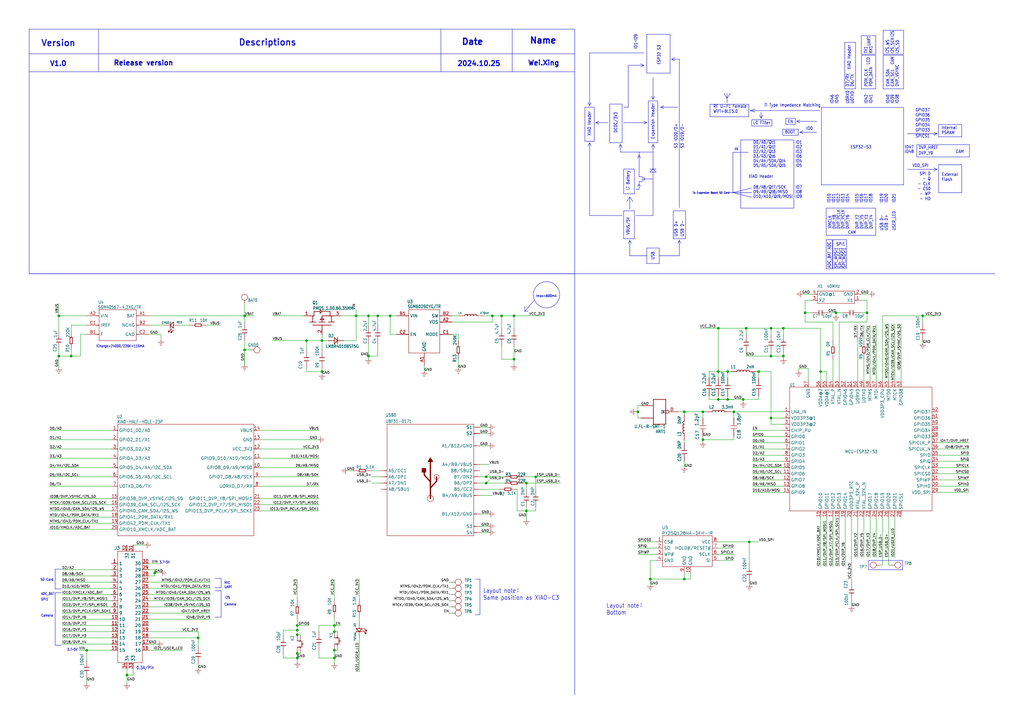
<source format=kicad_sch>
(kicad_sch (version 20231120) (generator "eeschema") (generator_version "8.0")
  (paper "A3")
  (title_block (date "2024-10-25") (company "Seeed Studio"))
  (lib_symbols
    (symbol "XIAO ESP32S3_v1.2_230725-eagle-import:ANTENNA-U-FL-320110048"
      (property "Reference" "ANT" (at -2.54 6.35 0))
      (symbol "ANTENNA-U-FL-320110048_1_0"
        (pin bidirectional inverted_clock (at -7.62 0 0) (length 5.08) (name "D") (number "D"))
        (pin bidirectional line (at 7.62 2.54 180) (length 5.08) (name "GND1") (number "GND1"))
        (pin bidirectional line (at 7.62 -2.54 180) (length 5.08) (name "GND2") (number "GND2"))
      )
    )
    (symbol "XIAO ESP32S3_v1.2_230725-eagle-import:BUTTON-4P"
      (property "Reference" "K" (at -2.54 2.54 0))
      (symbol "BUTTON-4P_1_0"
        (pin bidirectional line (at -3.81 0 0) (length 2.54) (name "A0") (number "1"))
        (pin bidirectional line (at 3.81 0 180) (length 2.54) (name "B0") (number "2"))
        (pin bidirectional line (at -3.81 -1.27 0) (length 2.54) (name "A1") (number "3"))
        (pin bidirectional line (at 3.81 -1.27 180) (length 2.54) (name "B1") (number "4"))
      )
    )
    (symbol "XIAO ESP32S3_v1.2_230725-eagle-import:CAP-0201"
      (property "Reference" "C" (at -3.81 1.27 0))
      (symbol "CAP-0201_1_0"
        (pin passive line (at -3.81 0 0) (length 2.54) (name "1") (number "1"))
        (pin passive line (at 3.81 0 180) (length 2.54) (name "2") (number "2"))
      )
    )
    (symbol "XIAO ESP32S3_v1.2_230725-eagle-import:CRYSTAL-4P-1612"
      (property "Reference" "X1" (at 7.62 -3.81 0))
      (property "Value" "40MHz/306011364" (at 3.81 -3.81 0))
      (symbol "CRYSTAL-4P-1612_1_0"
        (pin bidirectional line (at -10.16 1.27 0) (length 2.54) (name "X1") (number "1"))
        (pin bidirectional line (at -10.16 -1.27 0) (length 2.54) (name "GND") (number "2"))
        (pin bidirectional line (at 10.16 1.27 180) (length 2.54) (name "X2") (number "3"))
        (pin bidirectional line (at 10.16 -1.27 180) (length 2.54) (name "GND@1") (number "4"))
      )
    )
    (symbol "XIAO ESP32S3_v1.2_230725-eagle-import:DIODEDFN1006(0402/SOD882)"
      (property "Reference" "D" (at -3.81 2.54 0))
      (symbol "DIODEDFN1006(0402/SOD882)_1_0"
        (pin passive line (at -3.81 0 0) (length 2.54) (name "+") (number "+"))
        (pin passive line (at 2.54 0 180) (length 2.54) (name "-") (number "-"))
      )
    )
    (symbol "XIAO ESP32S3_v1.2_230725-eagle-import:GND_POWER" (power)
      (symbol "GND_POWER_1_0"
        (pin power_in line (at 0 0 270) (length 0) (name "GND") (number "1"))
      )
    )
    (symbol "XIAO ESP32S3_v1.2_230725-eagle-import:INDUCTOR-0201"
      (property "Reference" "L" (at -3.81 2.54 0))
      (symbol "INDUCTOR-0201_1_0"
        (pin passive line (at -5.08 0 0) (length 2.54) (name "1") (number "1"))
        (pin passive line (at 5.08 0 180) (length 2.54) (name "2") (number "2"))
      )
    )
    (symbol "XIAO ESP32S3_v1.2_230725-eagle-import:L-0603"
      (property "Reference" "L" (at -5.08 0.635 0))
      (symbol "L-0603_1_0"
        (pin passive line (at -5.08 0 0) (length 2.54) (name "1") (number "1"))
        (pin passive line (at 5.08 0 180) (length 2.54) (name "2") (number "2"))
      )
    )
    (symbol "XIAO ESP32S3_v1.2_230725-eagle-import:LED-0402"
      (property "Reference" "D" (at -2.54 0.635 0))
      (symbol "LED-0402_1_0"
        (pin passive line (at -2.54 0 0) (length 2.54) (name "+") (number "+"))
        (pin passive line (at 3.81 0 180) (length 2.54) (name "-") (number "-"))
      )
    )
    (symbol "XIAO ESP32S3_v1.2_230725-eagle-import:MCU-ESP32-S3"
      (property "Reference" "U1" (at -29.21 27.94 0))
      (property "Value" "MCU-ESP32-S3" (at -29.21 26.67 0))
      (symbol "MCU-ESP32-S3_1_0"
        (pin bidirectional line (at -31.75 16.51 0) (length 2.54) (name "LNA_IN") (number "1"))
        (pin bidirectional line (at -31.75 -6.35 0) (length 2.54) (name "GPIO5") (number "10"))
        (pin bidirectional line (at -31.75 -8.89 0) (length 2.54) (name "GPIO6") (number "11"))
        (pin bidirectional line (at -31.75 -11.43 0) (length 2.54) (name "GPIO7") (number "12"))
        (pin bidirectional line (at -31.75 -13.97 0) (length 2.54) (name "GPIO8") (number "13"))
        (pin bidirectional line (at -31.75 -16.51 0) (length 2.54) (name "GPIO9") (number "14"))
        (pin bidirectional line (at -16.51 -26.67 90) (length 2.54) (name "GPIO10") (number "15"))
        (pin bidirectional line (at -13.97 -26.67 90) (length 2.54) (name "GPIO11") (number "16"))
        (pin bidirectional line (at -11.43 -26.67 90) (length 2.54) (name "GPIO12") (number "17"))
        (pin bidirectional line (at -8.89 -26.67 90) (length 2.54) (name "GPIO13") (number "18"))
        (pin bidirectional line (at -6.35 -26.67 90) (length 2.54) (name "GPIO14") (number "19"))
        (pin bidirectional line (at -31.75 13.97 0) (length 2.54) (name "VDD3P3@1") (number "2"))
        (pin bidirectional line (at -3.81 -26.67 90) (length 2.54) (name "VDD3P3_RTC") (number "20"))
        (pin bidirectional line (at -1.27 -26.67 90) (length 2.54) (name "XTAL_32K_P") (number "21"))
        (pin bidirectional line (at 1.27 -26.67 90) (length 2.54) (name "XTAL_32K_N") (number "22"))
        (pin bidirectional line (at 3.81 -26.67 90) (length 2.54) (name "GPIO17") (number "23"))
        (pin bidirectional line (at 6.35 -26.67 90) (length 2.54) (name "GPIO18") (number "24"))
        (pin bidirectional line (at 8.89 -26.67 90) (length 2.54) (name "GPIO19") (number "25"))
        (pin bidirectional line (at 11.43 -26.67 90) (length 2.54) (name "GPIO20") (number "26"))
        (pin bidirectional line (at 13.97 -26.67 90) (length 2.54) (name "GPIO21") (number "27"))
        (pin bidirectional line (at 16.51 -26.67 90) (length 2.54) (name "SPICS1") (number "28"))
        (pin bidirectional line (at 31.75 -16.51 180) (length 2.54) (name "VDD_SPI") (number "29"))
        (pin bidirectional line (at -31.75 11.43 0) (length 2.54) (name "VDD3P3@2") (number "3"))
        (pin bidirectional line (at 31.75 -13.97 180) (length 2.54) (name "SPIHD") (number "30"))
        (pin bidirectional line (at 31.75 -11.43 180) (length 2.54) (name "SPIWP") (number "31"))
        (pin bidirectional line (at 31.75 -8.89 180) (length 2.54) (name "SPICS0") (number "32"))
        (pin bidirectional line (at 31.75 -6.35 180) (length 2.54) (name "SPICLK") (number "33"))
        (pin bidirectional line (at 31.75 -3.81 180) (length 2.54) (name "SPIQ") (number "34"))
        (pin bidirectional line (at 31.75 -1.27 180) (length 2.54) (name "SPID") (number "35"))
        (pin bidirectional line (at 31.75 1.27 180) (length 2.54) (name "SPICLK_N") (number "36"))
        (pin bidirectional line (at 31.75 3.81 180) (length 2.54) (name "SPICLK_P") (number "37"))
        (pin bidirectional line (at 31.75 6.35 180) (length 2.54) (name "GPIO33") (number "38"))
        (pin bidirectional line (at 31.75 8.89 180) (length 2.54) (name "GPIO34") (number "39"))
        (pin bidirectional line (at -31.75 8.89 0) (length 2.54) (name "CHIP_PU") (number "4"))
        (pin bidirectional line (at 31.75 11.43 180) (length 2.54) (name "GPIO35") (number "40"))
        (pin bidirectional line (at 31.75 13.97 180) (length 2.54) (name "GPIO36") (number "41"))
        (pin bidirectional line (at 31.75 16.51 180) (length 2.54) (name "GPIO37") (number "42"))
        (pin bidirectional line (at 16.51 29.21 270) (length 2.54) (name "GPIO38") (number "43"))
        (pin bidirectional line (at 13.97 29.21 270) (length 2.54) (name "MTCK") (number "44"))
        (pin bidirectional line (at 11.43 29.21 270) (length 2.54) (name "MTDO") (number "45"))
        (pin bidirectional line (at 8.89 29.21 270) (length 2.54) (name "VDD3P3_CPU") (number "46"))
        (pin bidirectional line (at 6.35 29.21 270) (length 2.54) (name "MTDI") (number "47"))
        (pin bidirectional line (at 3.81 29.21 270) (length 2.54) (name "MTMS") (number "48"))
        (pin bidirectional line (at 1.27 29.21 270) (length 2.54) (name "U0TXD") (number "49"))
        (pin bidirectional line (at -31.75 6.35 0) (length 2.54) (name "GPIO0") (number "5"))
        (pin bidirectional line (at -1.27 29.21 270) (length 2.54) (name "U0RXD") (number "50"))
        (pin bidirectional line (at -3.81 29.21 270) (length 2.54) (name "GPIO45") (number "51"))
        (pin bidirectional line (at -6.35 29.21 270) (length 2.54) (name "GPIO46") (number "52"))
        (pin bidirectional line (at -8.89 29.21 270) (length 2.54) (name "XTAL_N") (number "53"))
        (pin bidirectional line (at -11.43 29.21 270) (length 2.54) (name "XTAL_P") (number "54"))
        (pin bidirectional line (at -13.97 29.21 270) (length 2.54) (name "VDDA@1") (number "55"))
        (pin bidirectional line (at -16.51 29.21 270) (length 2.54) (name "VDDA@2") (number "56"))
        (pin bidirectional line (at -21.59 29.21 270) (length 2.54) (name "GND") (number "57"))
        (pin bidirectional line (at -31.75 3.81 0) (length 2.54) (name "GPIO1") (number "6"))
        (pin bidirectional line (at -31.75 1.27 0) (length 2.54) (name "GPIO2") (number "7"))
        (pin bidirectional line (at -31.75 -1.27 0) (length 2.54) (name "GPIO3") (number "8"))
        (pin bidirectional line (at -31.75 -3.81 0) (length 2.54) (name "GPIO4") (number "9"))
      )
    )
    (symbol "XIAO ESP32S3_v1.2_230725-eagle-import:PMOS_1.00.60.35MM" (pin_names hide)
      (property "Reference" "Q" (at -2.54 7.62 0))
      (symbol "PMOS_1.00.60.35MM_1_0"
        (pin bidirectional line (at 7.62 2.54 180) (length 2.54) (name "D") (number "1"))
        (pin bidirectional line (at 0 -5.08 90) (length 2.54) (name "G") (number "2"))
        (pin bidirectional line (at -7.62 2.54 0) (length 2.54) (name "S") (number "3"))
      )
    )
    (symbol "XIAO ESP32S3_v1.2_230725-eagle-import:RES-0201"
      (property "Reference" "R" (at -3.81 2.54 0))
      (symbol "RES-0201_1_0"
        (pin passive line (at -3.81 0 0) (length 2.54) (name "1") (number "1"))
        (pin passive line (at 3.81 0 180) (length 2.54) (name "2") (number "2"))
      )
    )
    (symbol "XIAO ESP32S3_v1.2_230725-eagle-import:TEST-POINT'4080'"
      (property "Reference" "TP" (at -3.81 1.27 0))
      (symbol "TEST-POINT'4080'_1_0"
        (pin bidirectional line (at -2.54 0 0) (length 0) (name "T") (number "1"))
      )
    )
    (symbol "XIAO ESP32S3_v1.2_230725-eagle-import:TEST-POINT'4545'"
      (property "Reference" "TP" (at -3.81 1.27 0))
      (symbol "TEST-POINT'4545'_1_0"
        (pin bidirectional line (at -2.54 0 0) (length 0) (name "T") (number "T"))
      )
    )
    (symbol "XIAO ESP32S3_v1.2_230725-eagle-import:USB2.0-TYPE-C"
      (property "Reference" "USB0" (at -17.78 22.86 0))
      (property "Value" "UBF31-0171" (at -7.62 22.86 0))
      (symbol "USB2.0-TYPE-C_1_0"
        (pin bidirectional line (at -20.32 13.97 0) (length 2.54) (name "A1/B12/GND") (number "A1_B12"))
        (pin bidirectional line (at -20.32 6.35 0) (length 2.54) (name "A4/B9/VBUS") (number "A4_B9"))
        (pin bidirectional line (at 20.32 3.81 180) (length 2.54) (name "A5/CC1") (number "A5"))
        (pin bidirectional line (at 20.32 1.27 180) (length 2.54) (name "A6/DP1") (number "A6"))
        (pin bidirectional line (at 20.32 -1.27 180) (length 2.54) (name "A7/DN1") (number "A7"))
        (pin bidirectional line (at 20.32 -3.81 180) (length 2.54) (name "A8/SBU1") (number "A8"))
        (pin bidirectional line (at -20.32 -13.97 0) (length 2.54) (name "B1/A12/GND") (number "B1_A12"))
        (pin bidirectional line (at -20.32 -6.35 0) (length 2.54) (name "B4/A9/VBUS") (number "B4_A9"))
        (pin bidirectional line (at -20.32 -3.81 0) (length 2.54) (name "B5/CC2") (number "B5"))
        (pin bidirectional line (at -20.32 -1.27 0) (length 2.54) (name "B6/DP2") (number "B6"))
        (pin bidirectional line (at -20.32 1.27 0) (length 2.54) (name "B7/DN2") (number "B7"))
        (pin bidirectional line (at -20.32 3.81 0) (length 2.54) (name "B8/SBU2") (number "B8"))
        (pin bidirectional line (at -20.32 21.59 0) (length 2.54) (name "S1") (number "S1"))
        (pin bidirectional line (at -20.32 19.05 0) (length 2.54) (name "S2") (number "S2"))
        (pin bidirectional line (at -20.32 -19.05 0) (length 2.54) (name "S3") (number "S3"))
        (pin bidirectional line (at -20.32 -21.59 0) (length 2.54) (name "S4") (number "S4"))
        (pin bidirectional line (at -20.32 21.59 0) (length 2.54) (name "S1") (number "S5"))
        (pin bidirectional line (at -20.32 19.05 0) (length 2.54) (name "S2") (number "S6"))
      )
    )
    (symbol "libdb:Capacitors/302010279" (pin_numbers hide) (pin_names hide)
      (property "Reference" "C" (at 3.175 0 0))
      (property "Value" "1.2pF" (at 5.715 -1.905 0))
      (property "Voltage Rating" "±0.25pF" (at 0 0 0))
      (symbol "Capacitors/302010279_1_1"
        (pin passive line (at 0 3.81 270) (length 2.54) (name "1") (number "1"))
        (pin passive line (at 0 -3.81 90) (length 2.54) (name "2") (number "2"))
      )
    )
    (symbol "libdb:Capacitors/302010283" (pin_numbers hide) (pin_names hide)
      (property "Reference" "C" (at 3.175 0 0))
      (property "Value" "1.8pF" (at 5.715 -1.905 0))
      (property "Voltage Rating" "50V-0.25pF-NPO" (at 0 0 0))
      (symbol "Capacitors/302010283_1_1"
        (pin passive line (at 0 3.81 270) (length 2.54) (name "1") (number "1"))
        (pin passive line (at 0 -3.81 90) (length 2.54) (name "2") (number "2"))
      )
    )
    (symbol "libdb:Connector/320210602"
      (property "Reference" "J1" (at 3.4641 22.86 0))
      (property "Value" "30pin" (at 3.4641 20.32 0))
      (symbol "Connector/320210602_1_1"
        (pin passive line (at 7.62 12.7 180) (length 2.54) (name "1") (number "1"))
        (pin passive line (at 7.62 -10.16 180) (length 2.54) (name "10") (number "10"))
        (pin passive line (at 7.62 -12.7 180) (length 2.54) (name "11") (number "11"))
        (pin passive line (at 7.62 -15.24 180) (length 2.54) (name "12") (number "12"))
        (pin passive line (at 7.62 -17.78 180) (length 2.54) (name "13") (number "13"))
        (pin passive line (at 7.62 -20.32 180) (length 2.54) (name "14") (number "14"))
        (pin passive line (at 7.62 -22.86 180) (length 2.54) (name "15") (number "15"))
        (pin passive line (at -7.62 -22.86 0) (length 2.54) (name "16") (number "16"))
        (pin passive line (at -7.62 -20.32 0) (length 2.54) (name "17") (number "17"))
        (pin passive line (at -7.62 -17.78 0) (length 2.54) (name "18") (number "18"))
        (pin passive line (at -7.62 -15.24 0) (length 2.54) (name "19") (number "19"))
        (pin passive line (at 7.62 10.16 180) (length 2.54) (name "2") (number "2"))
        (pin passive line (at -7.62 -12.7 0) (length 2.54) (name "20") (number "20"))
        (pin passive line (at -7.62 -10.16 0) (length 2.54) (name "21") (number "21"))
        (pin passive line (at -7.62 -7.62 0) (length 2.54) (name "22") (number "22"))
        (pin passive line (at -7.62 -5.08 0) (length 2.54) (name "23") (number "23"))
        (pin passive line (at -7.62 -2.54 0) (length 2.54) (name "24") (number "24"))
        (pin passive line (at -7.62 0 0) (length 2.54) (name "25") (number "25"))
        (pin passive line (at -7.62 2.54 0) (length 2.54) (name "26") (number "26"))
        (pin passive line (at -7.62 5.08 0) (length 2.54) (name "27") (number "27"))
        (pin passive line (at -7.62 7.62 0) (length 2.54) (name "28") (number "28"))
        (pin passive line (at -7.62 10.16 0) (length 2.54) (name "29") (number "29"))
        (pin passive line (at 7.62 7.62 180) (length 2.54) (name "3") (number "3"))
        (pin passive line (at -7.62 12.7 0) (length 2.54) (name "30") (number "30"))
        (pin passive line (at -1.27 20.32 270) (length 2.54) (name "31") (number "31"))
        (pin passive line (at 1.27 20.32 270) (length 2.54) (name "32") (number "32"))
        (pin passive line (at -1.27 -30.48 90) (length 2.54) (name "33") (number "33"))
        (pin passive line (at 1.27 -30.48 90) (length 2.54) (name "34") (number "34"))
        (pin passive line (at 7.62 5.08 180) (length 2.54) (name "4") (number "4"))
        (pin passive line (at 7.62 2.54 180) (length 2.54) (name "5") (number "5"))
        (pin passive line (at 7.62 0 180) (length 2.54) (name "6") (number "6"))
        (pin passive line (at 7.62 -2.54 180) (length 2.54) (name "7") (number "7"))
        (pin passive line (at 7.62 -5.08 180) (length 2.54) (name "8") (number "8"))
        (pin passive line (at 7.62 -7.62 180) (length 2.54) (name "9") (number "9"))
      )
    )
    (symbol "libdb:Ic/310032697"
      (property "Reference" "U" (at -7.62 7.62 0))
      (property "Value" "SGM40567-4.2XG/TR" (at -7.62 6.35 0))
      (symbol "Ic/310032697_1_0"
        (pin passive line (at 12.7 3.81 180) (length 5.08) (name "BAT") (number "A1"))
        (pin passive line (at -12.7 3.81 0) (length 5.08) (name "VIN") (number "A2"))
        (pin passive line (at -12.7 -3.81 0) (length 5.08) (name "F") (number "B1"))
        (pin passive line (at 12.7 0 180) (length 5.08) (name "NCHG") (number "B2"))
        (pin passive line (at -12.7 0 0) (length 5.08) (name "IREF") (number "C1"))
        (pin passive line (at 12.7 -3.81 180) (length 5.08) (name "GND") (number "C2"))
      )
    )
    (symbol "libdb:Ic/310032702"
      (property "Reference" "U" (at -6.35 8.89 0))
      (property "Value" "SGM6029CYG/TR" (at -6.35 7.62 0))
      (symbol "Ic/310032702_1_0"
        (pin passive line (at 0 -15.24 90) (length 5.08) (name "GND") (number "A1"))
        (pin passive line (at 11.43 2.54 180) (length 5.08) (name "VOS") (number "A2"))
        (pin passive line (at -11.43 5.08 0) (length 5.08) (name "VIN") (number "B1"))
        (pin passive line (at 11.43 5.08 180) (length 5.08) (name "SW") (number "B2"))
        (pin passive line (at 11.43 -2.54 180) (length 5.08) (name "MODE") (number "C1"))
        (pin passive line (at -11.43 -2.54 0) (length 5.08) (name "EN") (number "C2"))
      )
    )
    (symbol "libdb:Ic/310091724"
      (property "Reference" "U" (at -2.54 7.62 0))
      (property "Value" "PY25Q128HA-DFH-IR" (at 2.54 7.62 0))
      (symbol "Ic/310091724_1_1"
        (pin passive line (at -12.7 3.81 0) (length 2.54) (name "CS#") (number "1"))
        (pin passive line (at 1.27 -8.89 90) (length 2.54) (name "GND") (number "10"))
        (pin passive line (at -12.7 1.27 0) (length 2.54) (name "SO") (number "2"))
        (pin passive line (at -12.7 -1.27 0) (length 2.54) (name "WP#") (number "3"))
        (pin passive line (at -12.7 -3.81 0) (length 2.54) (name "GND") (number "4"))
        (pin passive line (at 12.7 -3.81 180) (length 2.54) (name "SI") (number "5"))
        (pin passive line (at 12.7 -1.27 180) (length 2.54) (name "SCLK") (number "6"))
        (pin passive line (at 12.7 1.27 180) (length 2.54) (name "HOLD#/RESET#") (number "7"))
        (pin passive line (at 12.7 3.81 180) (length 2.54) (name "VCC") (number "8"))
        (pin passive line (at -1.27 -8.89 90) (length 2.54) (name "GND") (number "9"))
      )
    )
    (symbol "libdb:Module/XIAO-HALF-HOLE-23P"
      (property "Reference" "U2" (at -20.828 17.018 0))
      (property "Value" "XIAO-HALF-HOLE-23P" (at -12.446 14.986 0))
      (symbol "Module/XIAO-HALF-HOLE-23P_1_0"
        (pin passive line (at -24.13 11.43 0) (length 2.54) (name "GPIO1_D0/A0") (number "1"))
        (pin passive line (at 36.83 -3.81 180) (length 2.54) (name "GPIO8_D9/A9/MISO") (number "10"))
        (pin passive line (at 36.83 0 180) (length 2.54) (name "GPIO9_D10/A10/MOSI") (number "11"))
        (pin passive line (at 36.83 3.81 180) (length 2.54) (name "VCC_3V3") (number "12"))
        (pin passive line (at 36.83 7.62 180) (length 2.54) (name "GND") (number "13"))
        (pin passive line (at 36.83 11.43 180) (length 2.54) (name "VBUS") (number "14"))
        (pin passive line (at -24.13 7.62 0) (length 2.54) (name "GPIO2_D1/A1") (number "2"))
        (pin passive line (at -24.13 3.81 0) (length 2.54) (name "GPIO3_D2/A2") (number "3"))
        (pin passive line (at -24.13 0 0) (length 2.54) (name "GPIO4_D3/A3") (number "4"))
        (pin passive line (at -24.13 -3.81 0) (length 2.54) (name "GPIO5_D4/A4/I2C_SDA") (number "5"))
        (pin passive line (at -24.13 -7.62 0) (length 2.54) (name "GPIO6_D5/A5/I2C_SCL") (number "6"))
        (pin passive line (at -24.13 -11.43 0) (length 2.54) (name "U0TXD_D6/TX") (number "7"))
        (pin passive line (at 36.83 -11.43 180) (length 2.54) (name "U0RXD_D7/RX") (number "8"))
        (pin passive line (at 36.83 -7.62 180) (length 2.54) (name "GPIO7_D8/A8/SCK") (number "9"))
      )
      (symbol "Module/XIAO-HALF-HOLE-23P_1_1"
        (pin passive line (at -24.13 -16.51 0) (length 2.54) (name "GPIO38_DVP_VSYNC/I2S_SD") (number "15"))
        (pin passive line (at -24.13 -19.05 0) (length 2.54) (name "GPIO39_CAM_SCL/I2S_SCK") (number "16"))
        (pin passive line (at -24.13 -21.59 0) (length 2.54) (name "GPIO40_CAM_SDA/I2S_WS") (number "17"))
        (pin passive line (at -24.13 -24.13 0) (length 2.54) (name "GPIO41_PDM_DATA/RX1") (number "18"))
        (pin passive line (at -24.13 -26.67 0) (length 2.54) (name "GPIO42_PDM_CLK/TX1") (number "19"))
        (pin passive line (at -24.13 -29.21 0) (length 2.54) (name "GPIO10_XMCLK/ADC_BAT") (number "20"))
        (pin passive line (at 36.83 -16.51 180) (length 2.54) (name "GPIO11_DVP_Y8/SPI_MOSI1") (number "21"))
        (pin passive line (at 36.83 -19.05 180) (length 2.54) (name "GPIO12_DVP_Y7/SPI_MISO1") (number "22"))
        (pin passive line (at 36.83 -21.59 180) (length 2.54) (name "GPIO13_DVP_PCLK/SPI_SCK1") (number "23"))
      )
    )
  )
  (junction (at 199.39 195.58))
  (junction (at 306.07 134.62))
  (junction (at 100.33 143.51))
  (junction (at 288.29 168.91))
  (junction (at 298.45 163.83))
  (junction (at 294.64 134.62))
  (junction (at 210.82 147.32))
  (junction (at 215.9 198.12))
  (junction (at 336.55 152.4))
  (junction (at 304.8 163.83))
  (junction (at 261.62 168.91))
  (junction (at 294.64 152.4))
  (junction (at 132.08 139.7))
  (junction (at 205.74 129.54))
  (junction (at 121.92 260.35))
  (junction (at 160.02 129.54))
  (junction (at 151.13 129.54))
  (junction (at 355.6 128.27))
  (junction (at 294.64 163.83))
  (junction (at 342.9 128.27))
  (junction (at 280.67 168.91))
  (junction (at 316.23 171.45))
  (junction (at 298.45 152.4))
  (junction (at 316.23 146.05))
  (junction (at 24.13 129.54))
  (junction (at 137.16 259.08))
  (junction (at 137.16 266.7))
  (junction (at 210.82 129.54))
  (junction (at 307.34 222.25))
  (junction (at 330.2 128.27))
  (junction (at 121.92 269.875))
  (junction (at 151.13 146.05))
  (junction (at 316.23 134.62))
  (junction (at 100.33 129.54))
  (junction (at 300.99 168.91))
  (junction (at 52.07 276.86))
  (junction (at 154.94 129.54))
  (junction (at 121.92 256.54))
  (junction (at 125.73 139.7))
  (junction (at 132.08 152.4))
  (junction (at 35.56 266.7))
  (junction (at 24.13 146.05))
  (junction (at 29.21 146.05))
  (junction (at 266.7 237.49))
  (junction (at 199.39 198.12))
  (junction (at 288.29 180.34))
  (junction (at 219.71 195.58))
  (junction (at 81.28 261.62))
  (junction (at 121.92 258.445))
  (junction (at 121.92 267.97))
  (junction (at 201.93 129.54))
  (junction (at 321.31 146.05))
  (junction (at 280.67 237.49))
  (junction (at 215.9 209.55))
  (junction (at 137.16 269.875))
  (junction (at 146.05 129.54))
  (junction (at 63.5 234.95))
  (junction (at 321.31 134.62))
  (junction (at 378.46 129.54))
  (junction (at 137.16 256.54))
  (junction (at 311.15 152.4))
  (wire (pts (xy 106.68 195.58) (xy 130.81 195.58)))
  (wire (pts (xy 260.35 168.91) (xy 261.62 168.91)) (stroke (width 0.1524)))
  (wire (pts (xy 300.99 163.83) (xy 298.45 163.83)))
  (wire (pts (xy 196.85 190.5) (xy 198.12 190.5)))
  (wire (pts (xy 294.64 163.83) (xy 294.64 162.56)))
  (wire (pts (xy 60.96 233.68) (xy 63.5 233.68)))
  (polyline (pts (xy 353.314 22.733) (xy 353.314 36.449)) (stroke (width 0.1524) (type solid)))
  (wire (pts (xy 130.81 269.875) (xy 137.16 269.875)) (stroke (width 0.1524)))
  (wire (pts (xy 24.13 129.54) (xy 24.13 135.89)))
  (polyline (pts (xy 335.026 49.784) (xy 326.771 49.784)) (stroke (width 0.1524) (type solid)))
  (polyline (pts (xy 265.938 41.402) (xy 265.938 58.547)) (stroke (width 0.1524) (type solid)))
  (wire (pts (xy 20.32 176.53) (xy 45.72 176.53)))
  (wire (pts (xy 116.205 258.445) (xy 121.92 258.445)) (stroke (width 0.1524)))
  (polyline (pts (xy 350.901 36.449) (xy 346.456 36.449)) (stroke (width 0.1524) (type solid)))
  (wire (pts (xy 100.33 129.54) (xy 100.33 124.46)) (stroke (width 0.1524)))
  (wire (pts (xy 298.45 163.83) (xy 304.8 163.83)) (stroke (width 0.1524)))
  (wire (pts (xy 132.08 137.16) (xy 132.08 139.7)) (stroke (width 0.1524)))
  (polyline (pts (xy 346.456 17.399) (xy 350.901 17.399)) (stroke (width 0.1524) (type solid)))
  (wire (pts (xy 312.42 194.31) (xy 308.61 194.31)) (stroke (width 0.1524)))
  (polyline (pts (xy 394.462 56.134) (xy 394.462 51.054)) (stroke (width 0.1524) (type solid)))
  (wire (pts (xy 344.17 132.08) (xy 355.6 132.08)) (stroke (width 0.1524)))
  (wire (pts (xy 26.67 248.92) (xy 25.4 248.92)) (stroke (width 0.1524)))
  (wire (pts (xy 283.21 234.95) (xy 283.21 237.49)))
  (wire (pts (xy 205.74 147.32) (xy 205.74 142.24)) (stroke (width 0.1524)))
  (polyline (pts (xy 353.314 14.605) (xy 353.314 22.225)) (stroke (width 0.1524) (type solid)))
  (wire (pts (xy 26.67 236.22) (xy 25.4 236.22)) (stroke (width 0.1524)))
  (polyline (pts (xy 258.318 85.852) (xy 258.318 80.772)) (stroke (width 0.1524) (type solid)))
  (wire (pts (xy 359.41 133.35) (xy 359.41 156.21)) (stroke (width 0.1524)))
  (wire (pts (xy 151.13 129.54) (xy 146.05 129.54)) (stroke (width 0.1524)))
  (polyline (pts (xy 88.138 237.236) (xy 90.678 237.236)) (stroke (width 0.1524) (type solid)))
  (wire (pts (xy 288.29 179.07) (xy 288.29 180.34)) (stroke (width 0.1524)))
  (wire (pts (xy 309.88 189.23) (xy 308.61 189.23)) (stroke (width 0.1524)))
  (polyline (pts (xy 267.843 62.357) (xy 262.128 62.357)) (stroke (width 0.1524) (type solid)))
  (polyline (pts (xy 275.463 24.257) (xy 276.733 24.892)) (stroke (width 0.1524) (type solid)))
  (wire (pts (xy 64.77 137.16) (xy 66.04 137.16)) (stroke (width 0.1524)))
  (wire (pts (xy 130.81 256.54) (xy 137.16 256.54)) (stroke (width 0.1524)))
  (polyline (pts (xy 353.314 22.225) (xy 359.156 22.225)) (stroke (width 0.1524) (type solid)))
  (polyline (pts (xy 270.383 101.727) (xy 270.383 104.902)) (stroke (width 0.1524) (type solid)))
  (polyline (pts (xy 341.63 109.982) (xy 347.218 109.982)) (stroke (width 0.1524) (type solid)))
  (wire (pts (xy 60.96 133.35) (xy 67.31 133.35)) (stroke (width 0.1524)))
  (wire (pts (xy 200.66 218.44) (xy 198.12 218.44)) (stroke (width 0.1524)))
  (polyline (pts (xy 370.205 233.68) (xy 370.205 229.87)) (stroke (width 0.1524) (type solid)))
  (wire (pts (xy 378.46 140.97) (xy 378.46 139.7)) (stroke (width 0.1524)))
  (polyline (pts (xy 359.156 85.344) (xy 338.836 85.344)) (stroke (width 0.1524) (type solid)))
  (wire (pts (xy 288.29 168.91) (xy 289.56 168.91)))
  (wire (pts (xy 60.96 241.3) (xy 83.82 241.3)))
  (polyline (pts (xy 384.937 56.134) (xy 394.462 56.134)) (stroke (width 0.1524) (type solid)))
  (polyline (pts (xy 303.784 85.344) (xy 303.784 57.404)) (stroke (width 0.1524) (type solid)))
  (polyline (pts (xy 250.063 42.672) (xy 250.063 58.547)) (stroke (width 0.1524) (type solid)))
  (polyline (pts (xy 255.143 42.672) (xy 250.063 42.672)) (stroke (width 0.1524) (type solid)))
  (polyline (pts (xy 243.713 57.912) (xy 243.713 43.942)) (stroke (width 0.1524) (type solid)))
  (wire (pts (xy 137.16 259.08) (xy 137.16 256.54)) (stroke (width 0.1524)))
  (wire (pts (xy 154.94 198.12) (xy 156.21 198.12)))
  (wire (pts (xy 121.92 269.875) (xy 121.92 271.78)) (stroke (width 0.1524)))
  (wire (pts (xy 299.72 152.4) (xy 298.45 152.4)) (stroke (width 0.1524)))
  (wire (pts (xy 205.74 134.62) (xy 205.74 129.54)) (stroke (width 0.1524)))
  (wire (pts (xy 60.96 231.14) (xy 64.77 231.14)) (stroke (width 0.1524)))
  (wire (pts (xy 200.66 194.31) (xy 199.39 195.58)) (stroke (width 0.1524)))
  (wire (pts (xy 346.71 212.09) (xy 346.71 232.41)) (stroke (width 0.1524)))
  (wire (pts (xy 306.07 134.62) (xy 316.23 134.62)) (stroke (width 0.1524)))
  (wire (pts (xy 321.31 147.32) (xy 321.31 146.05)) (stroke (width 0.1524)))
  (wire (pts (xy 261.62 168.91) (xy 261.62 171.45)) (stroke (width 0.1524)))
  (wire (pts (xy 140.97 139.7) (xy 146.05 139.7)) (stroke (width 0.1524)))
  (wire (pts (xy 210.82 144.78) (xy 210.82 142.24)))
  (wire (pts (xy 378.46 132.08) (xy 378.46 129.54)) (stroke (width 0.1524)))
  (polyline (pts (xy 271.018 43.942) (xy 272.288 44.577)) (stroke (width 0.1524) (type solid)))
  (polyline (pts (xy 262.128 62.357) (xy 254.508 62.357)) (stroke (width 0.1524) (type solid)))
  (wire (pts (xy 360.68 231.775) (xy 361.95 231.775)) (stroke (width 0.1524)))
  (wire (pts (xy 361.95 212.09) (xy 361.95 231.775)) (stroke (width 0.1524)))
  (wire (pts (xy 344.17 212.09) (xy 344.17 232.41)) (stroke (width 0.1524)))
  (wire (pts (xy 26.67 254) (xy 25.4 254)) (stroke (width 0.1524)))
  (wire (pts (xy 29.21 133.35) (xy 35.56 133.35)) (stroke (width 0.1524)))
  (polyline (pts (xy 384.302 69.469) (xy 383.032 68.834)) (stroke (width 0.1524) (type solid)))
  (wire (pts (xy 199.39 195.58) (xy 207.01 195.58)) (stroke (width 0.1524)))
  (wire (pts (xy 63.5 233.68) (xy 63.5 234.95)))
  (wire (pts (xy 320.04 171.45) (xy 321.31 171.45)))
  (wire (pts (xy 173.99 149.86) (xy 173.99 152.4)))
  (wire (pts (xy 367.03 212.09) (xy 367.03 228.6)) (stroke (width 0.1524)))
  (wire (pts (xy 280.67 168.91) (xy 278.13 168.91)) (stroke (width 0.1524)))
  (wire (pts (xy 212.09 200.66) (xy 212.09 209.55)) (stroke (width 0.1524)))
  (wire (pts (xy 198.12 203.2) (xy 201.93 203.2)) (stroke (width 0.1524)))
  (wire (pts (xy 353.06 120.65) (xy 356.87 120.65)) (stroke (width 0.1524)))
  (polyline (pts (xy 271.018 43.942) (xy 272.288 43.307)) (stroke (width 0.1524) (type solid)))
  (wire (pts (xy 280.67 234.95) (xy 280.67 237.49)))
  (wire (pts (xy 185.42 248.92) (xy 184.15 248.92)) (stroke (width 0.1524)))
  (wire (pts (xy 26.67 243.84) (xy 45.72 243.84)))
  (wire (pts (xy 106.68 204.47) (xy 130.81 204.47)))
  (polyline (pts (xy 241.808 43.307) (xy 242.443 42.037)) (stroke (width 0.1524) (type solid)))
  (polyline (pts (xy 338.836 98.298) (xy 338.836 110.236)) (stroke (width 0.1524) (type solid)))
  (polyline (pts (xy 267.843 31.877) (xy 267.843 40.767)) (stroke (width 0.1524) (type solid)))
  (wire (pts (xy 26.67 236.22) (xy 45.72 236.22)))
  (polyline (pts (xy 347.218 98.298) (xy 341.63 98.298)) (stroke (width 0.1524) (type solid)))
  (wire (pts (xy 300.99 180.34) (xy 288.29 180.34)) (stroke (width 0.1524)))
  (wire (pts (xy 185.42 243.84) (xy 184.15 243.84)) (stroke (width 0.1524)))
  (polyline (pts (xy 260.223 69.342) (xy 255.778 69.342)) (stroke (width 0.1524) (type solid)))
  (polyline (pts (xy 298.196 40.259) (xy 296.926 38.354)) (stroke (width 0.1524) (type solid)))
  (polyline (pts (xy 307.721 45.339) (xy 309.626 45.974)) (stroke (width 0.1524) (type solid)))
  (wire (pts (xy 210.82 129.54) (xy 223.52 129.54)) (stroke (width 0.1524)))
  (polyline (pts (xy 300.609 62.484) (xy 300.609 78.994)) (stroke (width 0.1524) (type solid)))
  (polyline (pts (xy 263.398 72.517) (xy 262.128 72.517)) (stroke (width 0.1524) (type solid)))
  (wire (pts (xy 290.83 154.94) (xy 290.83 152.4)) (stroke (width 0.1524)))
  (wire (pts (xy 125.73 139.7) (xy 111.76 139.7)) (stroke (width 0.1524)))
  (wire (pts (xy 294.64 229.87) (xy 300.99 229.87)))
  (wire (pts (xy 320.04 173.99) (xy 316.23 173.99)) (stroke (width 0.1524)))
  (wire (pts (xy 26.67 261.62) (xy 25.4 261.62)) (stroke (width 0.1524)))
  (wire (pts (xy 201.93 132.08) (xy 201.93 129.54)) (stroke (width 0.1524)))
  (wire (pts (xy 54.61 223.52) (xy 59.69 223.52)))
  (wire (pts (xy 106.68 207.01) (xy 130.81 207.01)))
  (polyline (pts (xy 341.376 110.236) (xy 341.376 98.298)) (stroke (width 0.1524) (type solid)))
  (wire (pts (xy 300.99 168.91) (xy 299.72 168.91)) (stroke (width 0.1524)))
  (wire (pts (xy 349.25 212.09) (xy 349.25 238.76)) (stroke (width 0.1524)))
  (wire (pts (xy 137.16 269.875) (xy 137.16 272.415)) (stroke (width 0.1524)))
  (wire (pts (xy 288.29 171.45) (xy 288.29 168.91)) (stroke (width 0.1524)))
  (wire (pts (xy 116.205 260.35) (xy 116.205 258.445)) (stroke (width 0.1524)))
  (polyline (pts (xy 90.678 241.046) (xy 88.138 241.046)) (stroke (width 0.1524) (type solid)))
  (wire (pts (xy 384.81 199.39) (xy 397.51 199.39)) (stroke (width 0.1524)))
  (polyline (pts (xy 308.356 49.149) (xy 308.356 51.689)) (stroke (width 0.1524) (type solid)))
  (wire (pts (xy 185.42 137.16) (xy 187.96 137.16)))
  (polyline (pts (xy 327.406 55.499) (xy 327.406 52.959)) (stroke (width 0.1524) (type solid)))
  (polyline (pts (xy 394.462 78.994) (xy 394.462 67.564)) (stroke (width 0.1524) (type solid)))
  (wire (pts (xy 154.94 146.05) (xy 154.94 140.97)) (stroke (width 0.1524)))
  (wire (pts (xy 210.82 149.86) (xy 210.82 147.32)) (stroke (width 0.1524)))
  (wire (pts (xy 160.02 137.16) (xy 160.02 129.54)) (stroke (width 0.1524)))
  (polyline (pts (xy 300.609 78.74) (xy 300.609 78.994)) (stroke (width 0.1524) (type solid)))
  (polyline (pts (xy 258.318 80.772) (xy 259.588 82.677)) (stroke (width 0.1524) (type solid)))
  (wire (pts (xy 20.32 184.15) (xy 45.72 184.15)))
  (wire (pts (xy 309.88 176.53) (xy 308.61 176.53)) (stroke (width 0.1524)))
  (polyline (pts (xy 241.808 58.547) (xy 242.443 59.817)) (stroke (width 0.1524) (type solid)))
  (polyline (pts (xy 370.586 22.733) (xy 362.204 22.733)) (stroke (width 0.1524) (type solid)))
  (wire (pts (xy 199.39 198.12) (xy 207.01 198.12)) (stroke (width 0.1524)))
  (wire (pts (xy 196.85 195.58) (xy 198.12 195.58)))
  (wire (pts (xy 266.7 229.87) (xy 266.7 237.49)))
  (polyline (pts (xy 298.196 40.259) (xy 298.196 42.164)) (stroke (width 0.1524) (type solid)))
  (wire (pts (xy 298.45 154.94) (xy 298.45 152.4)) (stroke (width 0.1524)))
  (wire (pts (xy 359.41 224.79) (xy 359.41 228.6)) (stroke (width 0.1524)))
  (polyline (pts (xy 359.156 14.605) (xy 353.314 14.605)) (stroke (width 0.1524) (type solid)))
  (wire (pts (xy 215.9 200.66) (xy 215.9 198.12)) (stroke (width 0.1524)))
  (wire (pts (xy 26.67 243.84) (xy 25.4 243.84)) (stroke (width 0.1524)))
  (wire (pts (xy 312.42 201.93) (xy 321.31 201.93)))
  (wire (pts (xy 355.6 132.08) (xy 355.6 128.27)) (stroke (width 0.1524)))
  (polyline (pts (xy 338.836 96.52) (xy 359.156 96.52)) (stroke (width 0.1524) (type solid)))
  (wire (pts (xy 147.32 253.365) (xy 147.32 255.27)) (stroke (width 0.1524)))
  (polyline (pts (xy 336.931 44.069) (xy 336.931 75.819)) (stroke (width 0.1524) (type solid)))
  (wire (pts (xy 100.33 149.86) (xy 100.33 144.78)))
  (polyline (pts (xy 267.843 69.342) (xy 266.573 70.612)) (stroke (width 0.1524) (type solid)))
  (wire (pts (xy 20.32 214.63) (xy 45.72 214.63)))
  (polyline (pts (xy 276.098 97.917) (xy 281.178 97.917)) (stroke (width 0.1524) (type solid)))
  (wire (pts (xy 138.43 266.7) (xy 137.16 266.7)) (stroke (width 0.1524)))
  (polyline (pts (xy 239.903 43.942) (xy 239.903 57.912)) (stroke (width 0.1524) (type solid)))
  (polyline (pts (xy 326.136 51.054) (xy 326.136 48.514)) (stroke (width 0.1524) (type solid)))
  (wire (pts (xy 210.82 147.32) (xy 205.74 147.32)) (stroke (width 0.1524)))
  (polyline (pts (xy 262.128 74.422) (xy 262.128 75.692)) (stroke (width 0.1524) (type solid)))
  (polyline (pts (xy 263.398 74.422) (xy 263.398 72.517)) (stroke (width 0.1524) (type solid)))
  (wire (pts (xy 20.32 195.58) (xy 45.72 195.58)))
  (polyline (pts (xy 257.683 43.942) (xy 255.778 43.942)) (stroke (width 0.1524) (type solid)))
  (polyline (pts (xy 267.843 59.182) (xy 268.478 60.452)) (stroke (width 0.1524) (type solid)))
  (polyline (pts (xy 278.638 104.902) (xy 278.638 98.552)) (stroke (width 0.1524) (type solid)))
  (wire (pts (xy 342.9 129.54) (xy 342.9 128.27)) (stroke (width 0.1524)))
  (wire (pts (xy 309.88 152.4) (xy 311.15 152.4)) (stroke (width 0.1524)))
  (wire (pts (xy 20.32 212.09) (xy 45.72 212.09)))
  (wire (pts (xy 83.82 254) (xy 86.36 254)) (stroke (width 0.1524)))
  (wire (pts (xy 24.13 146.05) (xy 24.13 151.13)) (stroke (width 0.1524)))
  (wire (pts (xy 106.68 199.39) (xy 130.81 199.39)))
  (wire (pts (xy 359.41 212.09) (xy 359.41 224.79)))
  (wire (pts (xy 266.7 240.03) (xy 266.7 238.76)) (stroke (width 0.1524)))
  (wire (pts (xy 309.88 191.77) (xy 308.61 191.77)) (stroke (width 0.1524)))
  (polyline (pts (xy 359.156 36.449) (xy 359.156 22.733)) (stroke (width 0.1524) (type solid)))
  (polyline (pts (xy 384.937 67.564) (xy 384.937 78.994)) (stroke (width 0.1524) (type solid)))
  (wire (pts (xy 123.19 267.97) (xy 121.92 267.97)) (stroke (width 0.1524)))
  (polyline (pts (xy 336.931 75.819) (xy 370.586 75.819)) (stroke (width 0.1524) (type solid)))
  (wire (pts (xy 20.32 191.77) (xy 45.72 191.77)))
  (wire (pts (xy 290.83 162.56) (xy 290.83 163.83)) (stroke (width 0.1524)))
  (wire (pts (xy 62.23 259.08) (xy 81.28 259.08)) (stroke (width 0.1524)))
  (polyline (pts (xy 255.778 69.342) (xy 255.778 79.502)) (stroke (width 0.1524) (type solid)))
  (wire (pts (xy 138.43 259.08) (xy 137.16 259.08)) (stroke (width 0.1524)))
  (wire (pts (xy 210.82 144.78) (xy 210.82 147.32)) (stroke (width 0.1524)))
  (wire (pts (xy 160.02 129.54) (xy 154.94 129.54)) (stroke (width 0.1524)))
  (wire (pts (xy 331.47 151.13) (xy 331.47 156.21)) (stroke (width 0.1524)))
  (wire (pts (xy 212.09 209.55) (xy 215.9 209.55)) (stroke (width 0.1524)))
  (wire (pts (xy 106.68 187.96) (xy 130.81 187.96)))
  (wire (pts (xy 35.56 279.4) (xy 35.56 278.13)) (stroke (width 0.1524)))
  (polyline (pts (xy 338.836 110.236) (xy 341.376 110.236)) (stroke (width 0.1524) (type solid)))
  (polyline (pts (xy 254.508 59.182) (xy 253.873 60.452)) (stroke (width 0.1524) (type solid)))
  (wire (pts (xy 342.9 128.27) (xy 345.44 128.27)) (stroke (width 0.1524)))
  (wire (pts (xy 364.49 135.89) (xy 364.49 156.21)))
  (polyline (pts (xy 321.056 55.499) (xy 327.406 55.499)) (stroke (width 0.1524) (type solid)))
  (wire (pts (xy 26.67 256.54) (xy 45.72 256.54)))
  (polyline (pts (xy 254.508 62.357) (xy 254.508 59.182)) (stroke (width 0.1524) (type solid)))
  (polyline (pts (xy 210.058 11.938) (xy 210.058 29.464)))
  (polyline (pts (xy 260.223 79.502) (xy 260.223 69.342)) (stroke (width 0.1524) (type solid)))
  (wire (pts (xy 121.92 246.38) (xy 121.92 237.49)) (stroke (width 0.1524)))
  (wire (pts (xy 354.33 147.32) (xy 354.33 156.21)) (stroke (width 0.1524)))
  (wire (pts (xy 26.67 246.38) (xy 25.4 246.38)) (stroke (width 0.1524)))
  (wire (pts (xy 316.23 152.4) (xy 316.23 171.45)) (stroke (width 0.1524)))
  (wire (pts (xy 196.85 203.2) (xy 198.12 203.2)))
  (wire (pts (xy 83.82 246.38) (xy 86.36 246.38)) (stroke (width 0.1524)))
  (wire (pts (xy 300.99 171.45) (xy 300.99 168.91)) (stroke (width 0.1524)))
  (wire (pts (xy 26.67 251.46) (xy 25.4 251.46)) (stroke (width 0.1524)))
  (polyline (pts (xy 241.808 21.717) (xy 264.033 21.717)) (stroke (width 0.1524) (type solid)))
  (polyline (pts (xy 327.406 52.959) (xy 321.056 52.959)) (stroke (width 0.1524) (type solid)))
  (wire (pts (xy 26.67 254) (xy 45.72 254)))
  (polyline (pts (xy 25.146 241.554) (xy 22.606 241.554)) (stroke (width 0.1524) (type solid)))
  (wire (pts (xy 154.94 195.58) (xy 156.21 195.58)))
  (wire (pts (xy 196.85 175.26) (xy 200.66 175.26)) (stroke (width 0.1524)))
  (wire (pts (xy 384.81 191.77) (xy 397.51 191.77)) (stroke (width 0.1524)))
  (polyline (pts (xy 384.937 78.994) (xy 394.462 78.994)) (stroke (width 0.1524) (type solid)))
  (wire (pts (xy 60.96 254) (xy 83.82 254)))
  (polyline (pts (xy 359.156 96.52) (xy 359.156 85.344)) (stroke (width 0.1524) (type solid)))
  (wire (pts (xy 309.88 189.23) (xy 321.31 189.23)))
  (wire (pts (xy 151.13 147.32) (xy 151.13 146.05)) (stroke (width 0.1524)))
  (polyline (pts (xy 394.462 51.054) (xy 384.937 51.054)) (stroke (width 0.1524) (type solid)))
  (wire (pts (xy 60.96 236.22) (xy 63.5 236.22)))
  (wire (pts (xy 311.15 154.94) (xy 311.15 152.4)) (stroke (width 0.1524)))
  (wire (pts (xy 154.94 198.12) (xy 152.4 198.12)) (stroke (width 0.1524)))
  (wire (pts (xy 309.88 186.69) (xy 321.31 186.69)))
  (wire (pts (xy 294.64 224.79) (xy 300.99 224.79)))
  (wire (pts (xy 266.7 237.49) (xy 280.67 237.49)))
  (polyline (pts (xy 353.314 36.449) (xy 359.156 36.449)) (stroke (width 0.1524) (type solid)))
  (wire (pts (xy 219.71 200.66) (xy 219.71 195.58)) (stroke (width 0.1524)))
  (polyline (pts (xy 270.383 104.902) (xy 278.638 104.902)) (stroke (width 0.1524) (type solid)))
  (polyline (pts (xy 215.265 127.635) (xy 215.265 125.73)) (stroke (width 0.1524) (type solid)))
  (wire (pts (xy 35.56 266.7) (xy 45.72 266.7)) (stroke (width 0.1524)))
  (wire (pts (xy 26.67 256.54) (xy 25.4 256.54)) (stroke (width 0.1524)))
  (wire (pts (xy 316.23 171.45) (xy 316.23 173.99)) (stroke (width 0.1524)))
  (polyline (pts (xy 235.712 112.268) (xy 235.712 284.988)))
  (polyline (pts (xy 265.303 14.097) (xy 265.303 29.972)) (stroke (width 0.1524) (type solid)))
  (wire (pts (xy 154.94 195.58) (xy 152.4 195.58)) (stroke (width 0.1524)))
  (wire (pts (xy 219.71 195.58) (xy 229.87 195.58)) (stroke (width 0.1524)))
  (wire (pts (xy 344.17 132.08) (xy 344.17 156.21)))
  (wire (pts (xy 280.67 189.23) (xy 280.67 191.77)) (stroke (width 0.1524)))
  (wire (pts (xy 355.6 128.27) (xy 355.6 123.19)) (stroke (width 0.1524)))
  (wire (pts (xy 29.21 135.89) (xy 29.21 133.35)) (stroke (width 0.1524)))
  (polyline (pts (xy 235.712 11.938) (xy 235.712 112.268)))
  (wire (pts (xy 261.62 227.33) (xy 269.24 227.33)))
  (wire (pts (xy 298.45 162.56) (xy 298.45 163.83)) (stroke (width 0.1524)))
  (wire (pts (xy 196.85 200.66) (xy 198.12 200.66)))
  (polyline (pts (xy 276.098 86.487) (xy 276.098 97.917)) (stroke (width 0.1524) (type solid)))
  (wire (pts (xy 196.85 215.9) (xy 198.12 215.9)))
  (wire (pts (xy 336.55 212.09) (xy 336.55 232.41)) (stroke (width 0.1524)))
  (wire (pts (xy 151.13 140.97) (xy 151.13 146.05)) (stroke (width 0.1524)))
  (polyline (pts (xy 255.778 79.502) (xy 260.223 79.502)) (stroke (width 0.1524) (type solid)))
  (polyline (pts (xy 275.463 24.257) (xy 276.733 23.622)) (stroke (width 0.1524) (type solid)))
  (wire (pts (xy 147.32 245.745) (xy 147.32 237.49)) (stroke (width 0.1524)))
  (wire (pts (xy 52.07 274.32) (xy 52.07 276.86)))
  (wire (pts (xy 154.94 129.54) (xy 151.13 129.54)) (stroke (width 0.1524)))
  (polyline (pts (xy 269.748 41.402) (xy 265.938 41.402)) (stroke (width 0.1524) (type solid)))
  (wire (pts (xy 280.67 168.91) (xy 288.29 168.91)))
  (wire (pts (xy 52.07 280.67) (xy 52.07 276.86)) (stroke (width 0.1524)))
  (wire (pts (xy 280.67 170.18) (xy 280.67 168.91)) (stroke (width 0.1524)))
  (polyline (pts (xy 262.128 72.517) (xy 262.128 63.627)) (stroke (width 0.1524) (type solid)))
  (polyline (pts (xy 258.318 104.902) (xy 258.318 98.552)) (stroke (width 0.1524) (type solid)))
  (wire (pts (xy 311.15 152.4) (xy 316.23 152.4)) (stroke (width 0.1524)))
  (wire (pts (xy 121.92 267.97) (xy 121.92 269.875)) (stroke (width 0.1524)))
  (wire (pts (xy 139.7 129.54) (xy 146.05 129.54)) (stroke (width 0.1524)))
  (wire (pts (xy 137.16 245.745) (xy 137.16 237.49)) (stroke (width 0.1524)))
  (wire (pts (xy 307.34 222.25) (xy 307.34 231.14)))
  (wire (pts (xy 123.19 260.35) (xy 121.92 260.35)) (stroke (width 0.1524)))
  (wire (pts (xy 124.46 129.54) (xy 111.76 129.54)) (stroke (width 0.1524)))
  (polyline (pts (xy 322.326 51.054) (xy 326.136 51.054)) (stroke (width 0.1524) (type solid)))
  (wire (pts (xy 316.23 134.62) (xy 321.31 134.62)) (stroke (width 0.1524)))
  (wire (pts (xy 24.13 129.54) (xy 24.13 124.46)) (stroke (width 0.1524)))
  (wire (pts (xy 146.05 139.7) (xy 146.05 129.54)) (stroke (width 0.1524)))
  (wire (pts (xy 219.71 209.55) (xy 219.71 208.28)) (stroke (width 0.1524)))
  (polyline (pts (xy 291.211 47.879) (xy 307.086 47.879)) (stroke (width 0.1524) (type solid)))
  (polyline (pts (xy 257.683 43.942) (xy 257.683 26.797)) (stroke (width 0.1524) (type solid)))
  (wire (pts (xy 33.02 146.05) (xy 29.21 146.05)) (stroke (width 0.1524)))
  (wire (pts (xy 196.85 218.44) (xy 198.12 218.44)))
  (wire (pts (xy 196.85 210.82) (xy 198.12 210.82)))
  (polyline (pts (xy 328.041 54.229) (xy 329.311 53.594)) (stroke (width 0.1524) (type solid)))
  (wire (pts (xy 309.88 191.77) (xy 321.31 191.77)))
  (wire (pts (xy 369.57 132.715) (xy 369.57 156.21)) (stroke (width 0.1524)))
  (wire (pts (xy 312.42 196.85) (xy 321.31 196.85)))
  (wire (pts (xy 26.67 241.3) (xy 45.72 241.3)))
  (wire (pts (xy 341.63 212.09) (xy 341.63 228.6)))
  (wire (pts (xy 60.96 246.38) (xy 83.82 246.38)))
  (wire (pts (xy 121.92 260.35) (xy 121.92 258.445)) (stroke (width 0.1524)))
  (polyline (pts (xy 335.026 54.229) (xy 328.041 54.229)) (stroke (width 0.1524) (type solid)))
  (wire (pts (xy 26.67 264.16) (xy 25.4 264.16)) (stroke (width 0.1524)))
  (wire (pts (xy 147.32 261.62) (xy 147.32 275.59)) (stroke (width 0.1524)))
  (polyline (pts (xy 262.128 63.627) (xy 262.763 64.897)) (stroke (width 0.1524) (type solid)))
  (wire (pts (xy 125.73 152.4) (xy 132.08 152.4)) (stroke (width 0.1524)))
  (polyline (pts (xy 267.843 59.182) (xy 267.208 60.452)) (stroke (width 0.1524) (type solid)))
  (wire (pts (xy 154.94 193.04) (xy 156.21 193.04)))
  (polyline (pts (xy 22.606 243.078) (xy 25.146 243.078)) (stroke (width 0.1524) (type solid)))
  (wire (pts (xy 116.205 269.875) (xy 121.92 269.875)) (stroke (width 0.1524)))
  (polyline (pts (xy 338.836 85.344) (xy 338.836 96.52)) (stroke (width 0.1524) (type solid)))
  (polyline (pts (xy 267.843 69.342) (xy 267.843 88.392)) (stroke (width 0.1524) (type solid)))
  (polyline (pts (xy 90.678 253.111) (xy 88.138 253.111)) (stroke (width 0.1524) (type solid)))
  (polyline (pts (xy 265.303 108.077) (xy 265.303 104.902)) (stroke (width 0.1524) (type solid)))
  (polyline (pts (xy 291.211 42.799) (xy 291.211 47.879)) (stroke (width 0.1524) (type solid)))
  (wire (pts (xy 35.56 266.7) (xy 32.385 266.7)) (stroke (width 0.1524)))
  (polyline (pts (xy 307.086 42.799) (xy 291.211 42.799)) (stroke (width 0.1524) (type solid)))
  (wire (pts (xy 214.63 195.58) (xy 219.71 195.58)) (stroke (width 0.1524)))
  (wire (pts (xy 132.08 139.7) (xy 132.08 143.51)) (stroke (width 0.1524)))
  (polyline (pts (xy 372.237 54.864) (xy 384.302 54.864)) (stroke (width 0.1524) (type solid)))
  (polyline (pts (xy 362.204 36.449) (xy 370.586 36.449)) (stroke (width 0.1524) (type solid)))
  (wire (pts (xy 26.67 246.38) (xy 45.72 246.38)))
  (polyline (pts (xy 321.056 52.959) (xy 321.056 55.499)) (stroke (width 0.1524) (type solid)))
  (polyline (pts (xy 281.178 97.917) (xy 281.178 86.487)) (stroke (width 0.1524) (type solid)))
  (wire (pts (xy 321.31 137.16) (xy 321.31 134.62)) (stroke (width 0.1524)))
  (polyline (pts (xy 370.586 12.446) (xy 362.204 12.446)) (stroke (width 0.1524) (type solid)))
  (wire (pts (xy 261.62 166.37) (xy 261.62 168.91)) (stroke (width 0.1524)))
  (polyline (pts (xy 269.748 58.547) (xy 269.748 41.402)) (stroke (width 0.1524) (type solid)))
  (wire (pts (xy 312.42 199.39) (xy 321.31 199.39)))
  (wire (pts (xy 132.08 152.4) (xy 132.08 151.13)) (stroke (width 0.1524)))
  (polyline (pts (xy 255.143 58.547) (xy 255.143 42.672)) (stroke (width 0.1524) (type solid)))
  (wire (pts (xy 316.23 146.05) (xy 321.31 146.05)) (stroke (width 0.1524)))
  (wire (pts (xy 367.03 135.89) (xy 367.03 156.21)))
  (polyline (pts (xy 267.843 62.357) (xy 267.843 59.182)) (stroke (width 0.1524) (type solid)))
  (polyline (pts (xy 341.376 98.298) (xy 338.836 98.298)) (stroke (width 0.1524) (type solid)))
  (wire (pts (xy 26.67 238.76) (xy 45.72 238.76)))
  (wire (pts (xy 121.92 269.875) (xy 121.92 267.97)))
  (wire (pts (xy 361.95 154.94) (xy 361.95 156.21)))
  (wire (pts (xy 54.61 274.32) (xy 54.61 276.86)))
  (polyline (pts (xy 244.348 50.292) (xy 245.618 49.657)) (stroke (width 0.1524) (type solid)))
  (wire (pts (xy 196.85 182.88) (xy 200.66 182.88)) (stroke (width 0.1524)))
  (wire (pts (xy 336.55 152.4) (xy 336.55 156.21)) (stroke (width 0.1524)))
  (wire (pts (xy 121.92 256.54) (xy 127 256.54)) (stroke (width 0.1524)))
  (polyline (pts (xy 278.638 98.552) (xy 279.273 99.822)) (stroke (width 0.1524) (type solid)))
  (polyline (pts (xy 239.903 57.912) (xy 243.713 57.912)) (stroke (width 0.1524) (type solid)))
  (polyline (pts (xy 196.85 252.095) (xy 194.945 252.095)) (stroke (width 0.1524) (type solid)))
  (wire (pts (xy 341.63 147.32) (xy 341.63 156.21)) (stroke (width 0.1524)))
  (polyline (pts (xy 90.678 237.236) (xy 90.678 241.046)) (stroke (width 0.1524) (type solid)))
  (wire (pts (xy 290.83 152.4) (xy 294.64 152.4)) (stroke (width 0.1524)))
  (wire (pts (xy 316.23 144.78) (xy 316.23 146.05)) (stroke (width 0.1524)))
  (wire (pts (xy 210.82 134.62) (xy 210.82 129.54)) (stroke (width 0.1524)))
  (polyline (pts (xy 22.606 233.426) (xy 25.146 233.426)) (stroke (width 0.1524) (type solid)))
  (wire (pts (xy 364.49 212.09) (xy 364.49 231.775)) (stroke (width 0.1524)))
  (wire (pts (xy 309.88 184.15) (xy 321.31 184.15)))
  (polyline (pts (xy 346.456 36.449) (xy 346.456 17.399)) (stroke (width 0.1524) (type solid)))
  (wire (pts (xy 328.93 120.65) (xy 331.47 120.65)) (stroke (width 0.1524)))
  (polyline (pts (xy 326.771 49.784) (xy 328.041 50.419)) (stroke (width 0.1524) (type solid)))
  (polyline (pts (xy 262.128 74.422) (xy 263.398 74.422)) (stroke (width 0.1524) (type solid)))
  (wire (pts (xy 384.81 184.15) (xy 397.51 184.15)) (stroke (width 0.1524)))
  (polyline (pts (xy 325.628 57.404) (xy 325.628 85.344)) (stroke (width 0.1524) (type solid)))
  (wire (pts (xy 185.42 132.08) (xy 201.93 132.08)))
  (polyline (pts (xy 262.128 75.692) (xy 262.763 76.327)) (stroke (width 0.1524) (type solid)))
  (wire (pts (xy 60.96 261.62) (xy 62.23 261.62)))
  (wire (pts (xy 26.67 261.62) (xy 45.72 261.62)))
  (polyline (pts (xy 265.303 50.292) (xy 264.033 50.927)) (stroke (width 0.1524) (type solid)))
  (polyline (pts (xy 266.573 70.612) (xy 269.113 70.612)) (stroke (width 0.1524) (type solid)))
  (wire (pts (xy 185.42 246.38) (xy 184.15 246.38)) (stroke (width 0.1524)))
  (polyline (pts (xy 307.086 47.879) (xy 307.086 42.799)) (stroke (width 0.1524) (type solid)))
  (wire (pts (xy 102.87 143.51) (xy 100.33 143.51)) (stroke (width 0.1524)))
  (polyline (pts (xy 300.609 78.994) (xy 299.339 78.994)) (stroke (width 0.1524) (type solid)))
  (wire (pts (xy 351.79 133.35) (xy 351.79 156.21)) (stroke (width 0.1524)))
  (wire (pts (xy 60.96 251.46) (xy 86.36 251.46)) (stroke (width 0.1524)))
  (wire (pts (xy 130.81 266.7) (xy 130.81 269.875)) (stroke (width 0.1524)))
  (wire (pts (xy 26.67 233.68) (xy 25.4 233.68)) (stroke (width 0.1524)))
  (wire (pts (xy 26.67 248.92) (xy 45.72 248.92)))
  (wire (pts (xy 106.68 176.53) (xy 130.81 176.53)))
  (wire (pts (xy 309.88 181.61) (xy 308.61 181.61)) (stroke (width 0.1524)))
  (wire (pts (xy 60.96 137.16) (xy 64.77 137.16)))
  (polyline (pts (xy 255.778 86.487) (xy 255.778 97.917)) (stroke (width 0.1524) (type solid)))
  (wire (pts (xy 294.64 154.94) (xy 294.64 152.4)) (stroke (width 0.1524)))
  (polyline (pts (xy 281.178 86.487) (xy 276.098 86.487)) (stroke (width 0.1524) (type solid)))
  (polyline (pts (xy 241.808 21.717) (xy 241.808 43.307)) (stroke (width 0.1524) (type solid)))
  (polyline (pts (xy 397.637 59.309) (xy 376.047 59.309)) (stroke (width 0.1524) (type solid)))
  (polyline (pts (xy 219.075 123.19) (xy 215.265 127.635)) (stroke (width 0.1524) (type solid)))
  (polyline (pts (xy 362.204 22.225) (xy 370.586 22.225)) (stroke (width 0.1524) (type solid)))
  (polyline (pts (xy 278.638 98.552) (xy 278.003 99.822)) (stroke (width 0.1524) (type solid)))
  (wire (pts (xy 100.33 132.08) (xy 100.33 129.54)) (stroke (width 0.1524)))
  (wire (pts (xy 60.96 129.54) (xy 100.33 129.54)) (stroke (width 0.1524)))
  (wire (pts (xy 20.32 199.39) (xy 45.72 199.39)))
  (wire (pts (xy 300.99 168.91) (xy 321.31 168.91)))
  (polyline (pts (xy 278.003 43.942) (xy 271.018 43.942)) (stroke (width 0.1524) (type solid)))
  (wire (pts (xy 33.02 137.16) (xy 35.56 137.16)) (stroke (width 0.1524)))
  (wire (pts (xy 81.28 259.08) (xy 81.28 261.62)) (stroke (width 0.1524)))
  (wire (pts (xy 354.33 139.7) (xy 354.33 133.35)) (stroke (width 0.1524)))
  (wire (pts (xy 266.7 237.49) (xy 266.7 238.76)))
  (polyline (pts (xy 384.302 54.864) (xy 383.032 55.499)) (stroke (width 0.1524) (type solid)))
  (polyline (pts (xy 316.611 49.149) (xy 308.356 49.149)) (stroke (width 0.1524) (type solid)))
  (polyline (pts (xy 312.166 48.514) (xy 311.531 47.244)) (stroke (width 0.1524) (type solid)))
  (wire (pts (xy 354.33 212.09) (xy 354.33 228.6)) (stroke (width 0.1524)))
  (polyline (pts (xy 235.712 112.268) (xy 11.938 112.268)))
  (wire (pts (xy 384.81 186.69) (xy 397.51 186.69)) (stroke (width 0.1524)))
  (wire (pts (xy 151.13 146.05) (xy 154.94 146.05)) (stroke (width 0.1524)))
  (wire (pts (xy 60.96 264.16) (xy 64.77 264.16)) (stroke (width 0.1524)))
  (polyline (pts (xy 307.721 45.339) (xy 309.626 44.704)) (stroke (width 0.1524) (type solid)))
  (wire (pts (xy 365.76 231.775) (xy 364.49 231.775)) (stroke (width 0.1524)))
  (polyline (pts (xy 362.204 22.733) (xy 362.204 36.449)) (stroke (width 0.1524) (type solid)))
  (polyline (pts (xy 376.047 59.309) (xy 376.047 64.389)) (stroke (width 0.1524) (type solid)))
  (wire (pts (xy 316.23 137.16) (xy 316.23 134.62)) (stroke (width 0.1524)))
  (wire (pts (xy 198.12 198.12) (xy 199.39 198.12)) (stroke (width 0.1524)))
  (wire (pts (xy 121.92 258.445) (xy 121.92 256.54)) (stroke (width 0.1524)))
  (wire (pts (xy 306.07 137.16) (xy 306.07 134.62)) (stroke (width 0.1524)))
  (polyline (pts (xy 215.265 127.635) (xy 216.535 127.635)) (stroke (width 0.1524) (type solid)))
  (polyline (pts (xy 328.041 54.229) (xy 329.311 54.864)) (stroke (width 0.1524) (type solid)))
  (wire (pts (xy 300.99 179.07) (xy 300.99 180.34)) (stroke (width 0.1524)))
  (wire (pts (xy 321.31 146.05) (xy 321.31 144.78)) (stroke (width 0.1524)))
  (wire (pts (xy 294.64 222.25) (xy 307.34 222.25)))
  (wire (pts (xy 100.33 143.51) (xy 100.33 149.86)) (stroke (width 0.1524)))
  (polyline (pts (xy 298.196 40.259) (xy 298.196 38.354)) (stroke (width 0.1524) (type solid)))
  (wire (pts (xy 294.64 163.83) (xy 298.45 163.83)) (stroke (width 0.1524)))
  (wire (pts (xy 327.66 151.13) (xy 331.47 151.13)) (stroke (width 0.1524)))
  (wire (pts (xy 331.47 120.65) (xy 332.74 120.65)))
  (polyline (pts (xy 267.843 40.767) (xy 268.478 39.497)) (stroke (width 0.1524) (type solid)))
  (wire (pts (xy 306.07 134.62) (xy 294.64 134.62)) (stroke (width 0.1524)))
  (wire (pts (xy 137.16 266.7) (xy 137.16 269.875)) (stroke (width 0.1524)))
  (polyline (pts (xy 269.113 70.612) (xy 267.843 69.342)) (stroke (width 0.1524) (type solid)))
  (polyline (pts (xy 262.128 63.627) (xy 262.128 62.357)) (stroke (width 0.1524) (type solid)))
  (wire (pts (xy 341.63 228.6) (xy 341.63 232.41)) (stroke (width 0.1524)))
  (polyline (pts (xy 267.843 69.342) (xy 267.843 62.357)) (stroke (width 0.1524) (type solid)))
  (wire (pts (xy 361.95 154.94) (xy 361.95 129.54)) (stroke (width 0.1524)))
  (polyline (pts (xy 322.326 48.514) (xy 322.326 51.054)) (stroke (width 0.1524) (type solid)))
  (wire (pts (xy 106.68 180.34) (xy 130.81 180.34)))
  (wire (pts (xy 384.81 181.61) (xy 397.51 181.61)) (stroke (width 0.1524)))
  (polyline (pts (xy 325.628 85.344) (xy 303.784 85.344)) (stroke (width 0.1524) (type solid)))
  (polyline (pts (xy 326.136 48.514) (xy 322.326 48.514)) (stroke (width 0.1524) (type solid)))
  (wire (pts (xy 106.68 209.55) (xy 130.81 209.55)))
  (wire (pts (xy 106.68 184.15) (xy 130.81 184.15)))
  (wire (pts (xy 196.85 177.8) (xy 200.66 177.8)) (stroke (width 0.1524)))
  (wire (pts (xy 311.15 163.83) (xy 311.15 162.56)) (stroke (width 0.1524)))
  (wire (pts (xy 353.06 123.19) (xy 354.33 123.19)))
  (wire (pts (xy 307.34 240.03) (xy 307.34 238.76)) (stroke (width 0.1524)))
  (wire (pts (xy 20.32 204.47) (xy 45.72 204.47)))
  (wire (pts (xy 26.67 264.16) (xy 45.72 264.16)))
  (polyline (pts (xy 326.771 49.784) (xy 328.041 49.149)) (stroke (width 0.1524) (type solid)))
  (wire (pts (xy 130.81 259.08) (xy 130.81 256.54)) (stroke (width 0.1524)))
  (polyline (pts (xy 316.611 51.689) (xy 316.611 49.149)) (stroke (width 0.1524) (type solid)))
  (wire (pts (xy 62.23 261.62) (xy 81.28 261.62)) (stroke (width 0.1524)))
  (wire (pts (xy 187.96 151.13) (xy 187.96 147.32)) (stroke (width 0.1524)))
  (wire (pts (xy 100.33 129.54) (xy 104.14 129.54)) (stroke (width 0.1524)))
  (wire (pts (xy 185.42 238.76) (xy 184.15 238.76)) (stroke (width 0.1524)))
  (polyline (pts (xy 262.128 63.627) (xy 261.493 64.897)) (stroke (width 0.1524) (type solid)))
  (wire (pts (xy 137.16 256.54) (xy 137.16 253.365)) (stroke (width 0.1524)))
  (polyline (pts (xy 308.229 78.994) (xy 300.609 78.994)) (stroke (width 0.1524) (type solid)))
  (polyline (pts (xy 11.938 112.268) (xy 408.178 112.268)))
  (wire (pts (xy 121.92 254) (xy 121.92 256.54)) (stroke (width 0.1524)))
  (wire (pts (xy 200.66 215.9) (xy 198.12 215.9)) (stroke (width 0.1524)))
  (wire (pts (xy 309.88 179.07) (xy 321.31 179.07)))
  (wire (pts (xy 134.62 139.7) (xy 132.08 139.7)) (stroke (width 0.1524)))
  (wire (pts (xy 100.33 143.51) (xy 100.33 139.7)) (stroke (width 0.1524)))
  (polyline (pts (xy 257.683 26.797) (xy 264.033 26.797)) (stroke (width 0.1524) (type solid)))
  (wire (pts (xy 330.2 128.27) (xy 330.2 132.08)) (stroke (width 0.1524)))
  (polyline (pts (xy 90.678 242.316) (xy 90.678 253.111)) (stroke (width 0.1524) (type solid)))
  (wire (pts (xy 312.42 199.39) (xy 308.61 199.39)) (stroke (width 0.1524)))
  (wire (pts (xy 137.16 256.54) (xy 139.7 256.54)) (stroke (width 0.1524)))
  (wire (pts (xy 330.2 123.19) (xy 330.2 128.27)) (stroke (width 0.1524)))
  (wire (pts (xy 83.82 241.3) (xy 86.36 241.3)) (stroke (width 0.1524)))
  (polyline (pts (xy 88.138 242.316) (xy 90.678 242.316)) (stroke (width 0.1524) (type solid)))
  (wire (pts (xy 20.32 207.01) (xy 45.72 207.01)))
  (wire (pts (xy 288.29 180.34) (xy 288.29 181.61)) (stroke (width 0.1524)))
  (wire (pts (xy 339.09 152.4) (xy 339.09 156.21)) (stroke (width 0.1524)))
  (wire (pts (xy 364.49 135.89) (xy 364.49 132.715)) (stroke (width 0.1524)))
  (wire (pts (xy 60.96 238.76) (xy 86.36 238.76)) (stroke (width 0.1524)))
  (wire (pts (xy 309.88 179.07) (xy 308.61 179.07)) (stroke (width 0.1524)))
  (wire (pts (xy 125.73 139.7) (xy 132.08 139.7)) (stroke (width 0.1524)))
  (wire (pts (xy 187.96 137.16) (xy 187.96 139.7)) (stroke (width 0.1524)))
  (polyline (pts (xy 258.318 98.552) (xy 257.683 99.822)) (stroke (width 0.1524) (type solid)))
  (wire (pts (xy 201.93 129.54) (xy 205.74 129.54)) (stroke (width 0.1524)))
  (polyline (pts (xy 262.128 75.692) (xy 262.128 77.597)) (stroke (width 0.1524) (type solid)))
  (wire (pts (xy 306.07 146.05) (xy 316.23 146.05)) (stroke (width 0.1524)))
  (polyline (pts (xy 267.843 69.342) (xy 269.113 69.342)) (stroke (width 0.1524) (type solid)))
  (wire (pts (xy 330.2 123.19) (xy 332.74 123.19)) (stroke (width 0.1524)))
  (wire (pts (xy 384.81 196.85) (xy 397.51 196.85)) (stroke (width 0.1524)))
  (wire (pts (xy 26.67 251.46) (xy 45.72 251.46)))
  (wire (pts (xy 54.61 276.86) (xy 52.07 276.86)))
  (polyline (pts (xy 384.937 51.054) (xy 384.937 56.134)) (stroke (width 0.1524) (type solid)))
  (polyline (pts (xy 11.938 11.938) (xy 235.712 11.938)))
  (polyline (pts (xy 270.383 108.077) (xy 265.303 108.077)) (stroke (width 0.1524) (type solid)))
  (wire (pts (xy 26.67 259.08) (xy 45.72 259.08)))
  (wire (pts (xy 200.66 210.82) (xy 198.12 210.82)) (stroke (width 0.1524)))
  (wire (pts (xy 261.62 171.45) (xy 262.89 171.45)) (stroke (width 0.1524)))
  (wire (pts (xy 73.66 133.35) (xy 77.47 133.35)) (stroke (width 0.1524)))
  (polyline (pts (xy 241.808 58.547) (xy 241.173 59.817)) (stroke (width 0.1524) (type solid)))
  (wire (pts (xy 60.96 259.08) (xy 62.23 259.08)))
  (wire (pts (xy 306.07 146.05) (xy 306.07 144.78)))
  (wire (pts (xy 367.03 135.89) (xy 367.03 132.715)) (stroke (width 0.1524)))
  (polyline (pts (xy 300.609 78.994) (xy 308.229 80.899)) (stroke (width 0.1524) (type solid)))
  (wire (pts (xy 304.8 163.83) (xy 311.15 163.83)) (stroke (width 0.1524)))
  (wire (pts (xy 125.73 151.13) (xy 125.73 152.4)) (stroke (width 0.1524)))
  (polyline (pts (xy 270.383 104.902) (xy 270.383 108.077)) (stroke (width 0.1524) (type solid)))
  (wire (pts (xy 320.04 173.99) (xy 321.31 173.99)))
  (wire (pts (xy 261.62 224.79) (xy 269.24 224.79)))
  (polyline (pts (xy 265.303 104.902) (xy 258.318 104.902)) (stroke (width 0.1524) (type solid)))
  (polyline (pts (xy 376.047 64.389) (xy 397.637 64.389)) (stroke (width 0.1524) (type solid)))
  (polyline (pts (xy 194.945 237.49) (xy 196.85 237.49)) (stroke (width 0.1524) (type solid)))
  (polyline (pts (xy 370.586 44.069) (xy 336.931 44.069)) (stroke (width 0.1524) (type solid)))
  (wire (pts (xy 66.04 137.16) (xy 66.04 139.7)) (stroke (width 0.1524)))
  (wire (pts (xy 309.88 186.69) (xy 308.61 186.69)) (stroke (width 0.1524)))
  (wire (pts (xy 294.64 134.62) (xy 294.64 152.4)) (stroke (width 0.1524)))
  (wire (pts (xy 125.73 143.51) (xy 125.73 139.7)) (stroke (width 0.1524)))
  (wire (pts (xy 215.9 209.55) (xy 215.9 208.28)) (stroke (width 0.1524)))
  (polyline (pts (xy 336.296 45.339) (xy 307.721 45.339)) (stroke (width 0.1524) (type solid)))
  (wire (pts (xy 269.24 229.87) (xy 266.7 229.87)))
  (wire (pts (xy 341.63 132.08) (xy 341.63 139.7)))
  (polyline (pts (xy 250.063 58.547) (xy 255.143 58.547)) (stroke (width 0.1524) (type solid)))
  (wire (pts (xy 353.06 128.27) (xy 355.6 128.27)) (stroke (width 0.1524)))
  (polyline (pts (xy 11.938 112.268) (xy 11.938 11.938)))
  (wire (pts (xy 185.42 251.46) (xy 184.15 251.46)) (stroke (width 0.1524)))
  (polyline (pts (xy 258.318 98.552) (xy 258.953 99.822)) (stroke (width 0.1524) (type solid)))
  (polyline (pts (xy 370.586 75.819) (xy 370.586 44.069)) (stroke (width 0.1524) (type solid)))
  (wire (pts (xy 63.5 234.95) (xy 63.5 236.22)))
  (polyline (pts (xy 278.638 85.217) (xy 278.638 24.257)) (stroke (width 0.1524) (type solid)))
  (polyline (pts (xy 22.606 264.668) (xy 25.146 264.668)) (stroke (width 0.1524) (type solid)))
  (wire (pts (xy 200.66 196.85) (xy 199.39 198.12)) (stroke (width 0.1524)))
  (wire (pts (xy 20.32 217.17) (xy 45.72 217.17)))
  (polyline (pts (xy 312.166 48.514) (xy 312.801 47.244)) (stroke (width 0.1524) (type solid)))
  (wire (pts (xy 60.96 243.84) (xy 83.82 243.84)))
  (wire (pts (xy 332.74 128.27) (xy 330.2 128.27)) (stroke (width 0.1524)))
  (polyline (pts (xy 260.223 97.917) (xy 260.223 86.487)) (stroke (width 0.1524) (type solid)))
  (polyline (pts (xy 308.356 51.689) (xy 316.611 51.689)) (stroke (width 0.1524) (type solid)))
  (polyline (pts (xy 312.166 48.514) (xy 312.166 45.974)) (stroke (width 0.1524) (type solid)))
  (wire (pts (xy 298.45 163.83) (xy 294.64 163.83)))
  (wire (pts (xy 151.13 133.35) (xy 151.13 129.54)) (stroke (width 0.1524)))
  (wire (pts (xy 81.28 274.32) (xy 81.28 272.415)) (stroke (width 0.1524)))
  (polyline (pts (xy 265.303 29.972) (xy 274.828 29.972)) (stroke (width 0.1524) (type solid)))
  (wire (pts (xy 309.88 184.15) (xy 308.61 184.15)) (stroke (width 0.1524)))
  (polyline (pts (xy 370.586 22.225) (xy 370.586 12.446)) (stroke (width 0.1524) (type solid)))
  (wire (pts (xy 106.68 191.77) (xy 130.81 191.77)))
  (wire (pts (xy 261.62 222.25) (xy 269.24 222.25)))
  (wire (pts (xy 26.67 241.3) (xy 25.4 241.3)) (stroke (width 0.1524)))
  (polyline (pts (xy 244.348 50.292) (xy 245.618 50.927)) (stroke (width 0.1524) (type solid)))
  (wire (pts (xy 185.42 241.3) (xy 184.15 241.3)) (stroke (width 0.1524)))
  (polyline (pts (xy 359.156 22.733) (xy 353.314 22.733)) (stroke (width 0.1524) (type solid)))
  (wire (pts (xy 307.34 222.25) (xy 311.15 222.25)))
  (polyline (pts (xy 255.778 97.917) (xy 260.223 97.917)) (stroke (width 0.1524) (type solid)))
  (polyline (pts (xy 370.586 36.449) (xy 370.586 22.733)) (stroke (width 0.1524) (type solid)))
  (wire (pts (xy 26.67 259.08) (xy 25.4 259.08)) (stroke (width 0.1524)))
  (polyline (pts (xy 262.128 75.692) (xy 261.493 76.327)) (stroke (width 0.1524) (type solid)))
  (wire (pts (xy 26.67 238.76) (xy 25.4 238.76)) (stroke (width 0.1524)))
  (wire (pts (xy 378.46 129.54) (xy 386.08 129.54)) (stroke (width 0.1524)))
  (wire (pts (xy 196.85 198.12) (xy 198.12 198.12)))
  (wire (pts (xy 312.42 194.31) (xy 321.31 194.31)))
  (polyline (pts (xy 394.462 67.564) (xy 384.937 67.564)) (stroke (width 0.1524) (type solid)))
  (polyline (pts (xy 356.235 233.68) (xy 370.205 233.68)) (stroke (width 0.1524) (type solid)))
  (polyline (pts (xy 306.959 62.484) (xy 300.609 62.484)) (stroke (width 0.1524) (type solid)))
  (wire (pts (xy 349.25 248.92) (xy 349.25 246.38)))
  (wire (pts (xy 198.12 129.54) (xy 201.93 129.54)) (stroke (width 0.1524)))
  (wire (pts (xy 162.56 129.54) (xy 160.02 129.54)) (stroke (width 0.1524)))
  (wire (pts (xy 294.64 227.33) (xy 300.99 227.33)))
  (wire (pts (xy 162.56 137.16) (xy 160.02 137.16)) (stroke (width 0.1524)))
  (polyline (pts (xy 264.033 26.797) (xy 262.763 27.432)) (stroke (width 0.1524) (type solid)))
  (wire (pts (xy 298.45 152.4) (xy 294.64 152.4)) (stroke (width 0.1524)))
  (polyline (pts (xy 267.843 40.767) (xy 267.208 39.497)) (stroke (width 0.1524) (type solid)))
  (wire (pts (xy 35.56 270.51) (xy 35.56 266.7)) (stroke (width 0.1524)))
  (polyline (pts (xy 258.318 80.772) (xy 257.048 82.677)) (stroke (width 0.1524) (type solid)))
  (polyline (pts (xy 278.638 24.257) (xy 275.463 24.257)) (stroke (width 0.1524) (type solid)))
  (polyline (pts (xy 180.848 11.938) (xy 180.848 29.464)))
  (wire (pts (xy 361.95 129.54) (xy 378.46 129.54)) (stroke (width 0.1524)))
  (wire (pts (xy 356.87 133.35) (xy 356.87 156.21)) (stroke (width 0.1524)))
  (polyline (pts (xy 265.303 50.292) (xy 255.778 50.292)) (stroke (width 0.1524) (type solid)))
  (polyline (pts (xy 350.901 17.399) (xy 350.901 36.449)) (stroke (width 0.1524) (type solid)))
  (polyline (pts (xy 196.85 237.49) (xy 196.85 252.095)) (stroke (width 0.1524) (type solid)))
  (polyline (pts (xy 300.609 78.994) (xy 308.229 77.089)) (stroke (width 0.1524) (type solid)))
  (wire (pts (xy 198.12 200.66) (xy 204.47 200.66)) (stroke (width 0.1524)))
  (polyline (pts (xy 356.235 229.87) (xy 356.235 233.68)) (stroke (width 0.1524) (type solid)))
  (wire (pts (xy 304.8 165.1) (xy 304.8 163.83)) (stroke (width 0.1524)))
  (wire (pts (xy 309.88 176.53) (xy 321.31 176.53)))
  (wire (pts (xy 294.64 134.62) (xy 287.02 134.62)) (stroke (width 0.1524)))
  (wire (pts (xy 146.05 127) (xy 146.05 129.54)) (stroke (width 0.1524)))
  (wire (pts (xy 198.12 195.58) (xy 199.39 195.58)) (stroke (width 0.1524)))
  (polyline (pts (xy 370.205 229.87) (xy 356.235 229.87)) (stroke (width 0.1524) (type solid)))
  (wire (pts (xy 336.55 134.62) (xy 336.55 152.4)) (stroke (width 0.1524)))
  (polyline (pts (xy 359.156 22.225) (xy 359.156 14.605)) (stroke (width 0.1524) (type solid)))
  (wire (pts (xy 29.21 143.51) (xy 29.21 146.05)) (stroke (width 0.1524)))
  (wire (pts (xy 83.82 248.92) (xy 86.36 248.92)) (stroke (width 0.1524)))
  (polyline (pts (xy 264.668 73.406) (xy 267.843 73.406)) (stroke (width 0.1524) (type solid)))
  (polyline (pts (xy 265.303 104.902) (xy 265.303 101.727)) (stroke (width 0.1524) (type solid)))
  (polyline (pts (xy 265.303 101.727) (xy 270.383 101.727)) (stroke (width 0.1524) (type solid)))
  (polyline (pts (xy 22.606 241.554) (xy 22.606 233.426)) (stroke (width 0.1524) (type solid)))
  (wire (pts (xy 339.09 212.09) (xy 339.09 232.41)) (stroke (width 0.1524)))
  (wire (pts (xy 290.83 163.83) (xy 294.64 163.83)) (stroke (width 0.1524)))
  (polyline (pts (xy 265.303 50.292) (xy 264.033 49.657)) (stroke (width 0.1524) (type solid)))
  (polyline (pts (xy 254.508 59.182) (xy 255.143 60.452)) (stroke (width 0.1524) (type solid)))
  (polyline (pts (xy 384.302 69.469) (xy 383.032 70.104)) (stroke (width 0.1524) (type solid)))
  (polyline (pts (xy 372.237 69.469) (xy 384.302 69.469)) (stroke (width 0.1524) (type solid)))
  (wire (pts (xy 26.67 233.68) (xy 45.72 233.68)))
  (polyline (pts (xy 384.302 54.864) (xy 383.032 54.229)) (stroke (width 0.1524) (type solid)))
  (wire (pts (xy 154.94 133.35) (xy 154.94 129.54)) (stroke (width 0.1524)))
  (wire (pts (xy 327.66 151.13) (xy 327.66 152.4)))
  (polyline (pts (xy 298.196 40.259) (xy 299.466 38.354)) (stroke (width 0.1524) (type solid)))
  (polyline (pts (xy 274.828 29.972) (xy 274.828 14.097)) (stroke (width 0.1524) (type solid)))
  (wire (pts (xy 330.2 132.08) (xy 341.63 132.08)) (stroke (width 0.1524)))
  (wire (pts (xy 356.87 212.09) (xy 356.87 228.6)) (stroke (width 0.1524)))
  (wire (pts (xy 35.56 279.4) (xy 35.56 280.67)))
  (polyline (pts (xy 341.63 98.298) (xy 341.63 110.236)) (stroke (width 0.1524) (type solid)))
  (polyline (pts (xy 262.128 77.597) (xy 260.858 77.597)) (stroke (width 0.1524) (type solid)))
  (polyline (pts (xy 264.033 26.797) (xy 262.763 26.162)) (stroke (width 0.1524) (type solid)))
  (wire (pts (xy 355.6 123.19) (xy 354.33 123.19)) (stroke (width 0.1524)))
  (polyline (pts (xy 22.606 264.668) (xy 22.606 243.078)) (stroke (width 0.1524) (type solid)))
  (wire (pts (xy 309.88 181.61) (xy 321.31 181.61)))
  (wire (pts (xy 198.12 190.5) (xy 200.66 190.5)) (stroke (width 0.1524)))
  (wire (pts (xy 20.32 180.34) (xy 45.72 180.34)))
  (polyline (pts (xy 265.938 58.547) (xy 269.748 58.547)) (stroke (width 0.1524) (type solid)))
  (polyline (pts (xy 241.808 43.307) (xy 241.173 42.037)) (stroke (width 0.1524) (type solid)))
  (wire (pts (xy 205.74 129.54) (xy 210.82 129.54)) (stroke (width 0.1524)))
  (polyline (pts (xy 267.843 88.392) (xy 260.858 88.392)) (stroke (width 0.1524) (type solid)))
  (polyline (pts (xy 243.713 43.942) (xy 239.903 43.942)) (stroke (width 0.1524) (type solid)))
  (wire (pts (xy 312.42 196.85) (xy 308.61 196.85)) (stroke (width 0.1524)))
  (wire (pts (xy 320.04 171.45) (xy 316.23 171.45)) (stroke (width 0.1524)))
  (polyline (pts (xy 274.828 14.097) (xy 265.303 14.097)) (stroke (width 0.1524) (type solid)))
  (wire (pts (xy 24.13 129.54) (xy 35.56 129.54)))
  (wire (pts (xy 132.08 153.67) (xy 132.08 152.4)) (stroke (width 0.1524)))
  (wire (pts (xy 215.9 209.55) (xy 215.9 213.36)) (stroke (width 0.1524)))
  (wire (pts (xy 85.09 133.35) (xy 90.17 133.35)) (stroke (width 0.1524)))
  (wire (pts (xy 116.205 267.97) (xy 116.205 269.875)) (stroke (width 0.1524)))
  (wire (pts (xy 351.79 212.09) (xy 351.79 228.6)) (stroke (width 0.1524)))
  (polyline (pts (xy 11.938 22.098) (xy 235.712 22.098)))
  (polyline (pts (xy 40.386 11.938) (xy 40.386 29.464)))
  (polyline (pts (xy 241.808 88.392) (xy 241.808 58.547)) (stroke (width 0.1524) (type solid)))
  (wire (pts (xy 312.42 201.93) (xy 308.61 201.93)) (stroke (width 0.1524)))
  (wire (pts (xy 33.02 137.16) (xy 33.02 146.05)) (stroke (width 0.1524)))
  (wire (pts (xy 280.67 180.34) (xy 280.67 181.61)) (stroke (width 0.1524)))
  (wire (pts (xy 339.09 152.4) (xy 336.55 152.4)) (stroke (width 0.1524)))
  (wire (pts (xy 60.96 266.7) (xy 74.93 266.7)) (stroke (width 0.1524)))
  (wire (pts (xy 214.63 198.12) (xy 215.9 198.12)) (stroke (width 0.1524)))
  (polyline (pts (xy 267.843 69.342) (xy 266.573 69.342)) (stroke (width 0.1524) (type solid)))
  (polyline (pts (xy 255.143 88.392) (xy 241.808 88.392)) (stroke (width 0.1524) (type solid)))
  (polyline (pts (xy 11.938 29.464) (xy 235.712 29.464)))
  (wire (pts (xy 60.96 248.92) (xy 83.82 248.92)))
  (wire (pts (xy 63.5 234.95) (xy 66.04 234.95)) (stroke (width 0.1524)))
  (wire (pts (xy 342.9 128.27) (xy 340.36 128.27)))
  (wire (pts (xy 384.81 189.23) (xy 397.51 189.23)) (stroke (width 0.1524)))
  (wire (pts (xy 215.9 209.55) (xy 219.71 209.55)) (stroke (width 0.1524)))
  (wire (pts (xy 29.21 146.05) (xy 24.13 146.05)) (stroke (width 0.1524)))
  (polyline (pts (xy 249.428 50.292) (xy 244.348 50.292)) (stroke (width 0.1524) (type solid)))
  (wire (pts (xy 262.89 166.37) (xy 261.62 166.37)) (stroke (width 0.1524)))
  (wire (pts (xy 384.81 201.93) (xy 397.51 201.93)) (stroke (width 0.1524)))
  (polyline (pts (xy 303.784 57.404) (xy 325.628 57.404)) (stroke (width 0.1524) (type solid)))
  (polyline (pts (xy 347.218 109.982) (xy 347.218 98.298)) (stroke (width 0.1524) (type solid)))
  (wire (pts (xy 20.32 209.55) (xy 45.72 209.55)))
  (polyline (pts (xy 264.033 74.422) (xy 264.033 72.517)) (stroke (width 0.1524) (type solid)))
  (wire (pts (xy 81.28 264.795) (xy 81.28 261.62)) (stroke (width 0.1524)))
  (wire (pts (xy 152.4 193.04) (xy 154.94 193.04)) (stroke (width 0.1524)))
  (wire (pts (xy 321.31 134.62) (xy 336.55 134.62)) (stroke (width 0.1524)))
  (wire (pts (xy 215.9 198.12) (xy 229.87 198.12)) (stroke (width 0.1524)))
  (polyline (pts (xy 260.223 86.487) (xy 255.778 86.487)) (stroke (width 0.1524) (type solid)))
  (wire (pts (xy 283.21 237.49) (xy 280.67 237.49)))
  (wire (pts (xy 83.82 243.84) (xy 86.36 243.84)) (stroke (width 0.1524)))
  (polyline (pts (xy 397.637 64.389) (xy 397.637 59.309)) (stroke (width 0.1524) (type solid)))
  (polyline (pts (xy 362.204 12.446) (xy 362.204 22.225)) (stroke (width 0.1524) (type solid)))
  (wire (pts (xy 384.81 194.31) (xy 397.51 194.31)) (stroke (width 0.1524)))
  (wire (pts (xy 185.42 129.54) (xy 187.96 129.54)))
  (wire (pts (xy 20.32 187.96) (xy 45.72 187.96)))
  (wire (pts (xy 142.24 193.04) (xy 144.78 193.04)) (stroke (width 0.1524)))
  (wire (pts (xy 24.13 146.05) (xy 24.13 143.51)) (stroke (width 0.1524)))
  (circle (center 224.155 120.904) (radius 5.3881) (stroke (width 0.1524)))
  (circle (center 264.287 73.406) (radius 0.254) (stroke (width 0.1524)))
  (text "U0RXD" (at 348.361 42.799 90) (effects (font (size 1.27 1.0795)) (justify left bottom)))
  (text "VDD_SPI" (at 374.142 68.834 0) (effects (font (size 1.27 1.0795)) (justify left bottom)))
  (text "D9/A9/Qt8/MISO" (at 308.864 79.629 0) (effects (font (size 1.27 1.0795)) (justify left bottom)))
  (text "External\nFlash" (at 386.207 74.549 0) (effects (font (size 1.27 1.0795)) (justify left bottom)))
  (text "Wei.Xing" (at 216.408 27.178 0) (effects (font (size 2.032 2.032) (bold yes)) (justify left bottom)))
  (text "LC Filter" (at 308.864 51.308 0) (effects (font (size 1.27 1.0795)) (justify left bottom)))
  (text "S3 IO19/D-" (at 280.543 61.087 90) (effects (font (size 1.27 1.0795)) (justify left bottom)))
  (text "Layout note：\nSame position as XIAO-C3" (at 198.12 246.38 0) (effects (font (size 1.778 1.5113)) (justify left bottom)))
  (text "USER_LED" (at 367.411 94.869 90) (effects (font (size 1.27 1.0795)) (justify left bottom)))
  (text "XIAO Header" (at 242.443 56.007 90) (effects (font (size 1.27 1.0795)) (justify left bottom)))
  (text "ADC_BAT" (at 16.764 244.348 0) (effects (font (size 1.016 0.8636)) (justify left bottom)))
  (text "VBUS/5V" (at 258.318 96.647 90) (effects (font (size 1.27 1.0795)) (justify left bottom)))
  (text "U0TXD" (at 350.266 42.799 90) (effects (font (size 1.27 1.0795)) (justify left bottom)))
  (text "V1.0" (at 20.32 27.432 0) (effects (font (size 2.032 2.032) (bold yes)) (justify left bottom)))
  (text "D7/RX" (at 348.361 35.814 90) (effects (font (size 1.27 1.0795)) (justify left bottom)))
  (text "D0/A0/Qt1" (at 308.864 59.309 0) (effects (font (size 1.27 1.0795)) (justify left bottom)))
  (text "IO21" (at 367.411 83.439 90) (effects (font (size 1.27 1.0795)) (justify left bottom)))
  (text "IO1~IO9" (at 261.493 20.447 90) (effects (font (size 1.27 1.0795)) (justify left bottom)))
  (text "IO6" (at 326.136 65.024 0) (effects (font (size 1.27 1.0795)) (justify left bottom)))
  (text "CAM_SDA" (at 364.871 35.814 90) (effects (font (size 1.27 1.0795)) (justify left bottom)))
  (text "IO40" (at 364.871 42.799 90) (effects (font (size 1.27 1.0795)) (justify left bottom)))
  (text "Camera" (at 16.764 253.238 0) (effects (font (size 1.016 0.8636)) (justify left bottom)))
  (text "SPI_MOSI1" (at 343.662 110.236 90) (effects (font (size 1.27 1.0795)) (justify left bottom)))
  (text "GPIO37\nGPIO36\nGPIO35\nGPIO34\nGPIO33" (at 375.412 54.229 0) (effects (font (size 1.27 1.0795)) (justify left bottom)))
  (text "SPI D\n- Q\n- CLK\n- CS0\n- WP\n- HD" (at 381.762 70.739 0) (effects (font (size 1.27 1.0795)) (justify right top)))
  (text "MIC" (at 91.948 239.776 0) (effects (font (size 1.016 0.8636)) (justify left bottom)))
  (text "SPI1" (at 342.9 101.092 0) (effects (font (size 1.27 1.0795)) (justify left bottom)))
  (text "IO18" (at 357.886 83.439 90) (effects (font (size 1.27 1.0795)) (justify left bottom)))
  (text "IO20" (at 364.236 83.439 90) (effects (font (size 1.27 1.0795)) (justify left bottom)))
  (text "Version" (at 16.764 19.304 0) (effects (font (size 2.54 2.54) (thickness 0.4064) (bold yes)) (justify left bottom)))
  (text "Camera" (at 91.948 248.666 0) (effects (font (size 1.016 0.8636)) (justify left bottom)))
  (text "IO39" (at 366.776 42.799 90) (effects (font (size 1.27 1.0795)) (justify left bottom)))
  (text "IO48" (at 370.967 63.119 0) (effects (font (size 1.27 1.0795)) (justify left bottom)))
  (text "Date" (at 189.23 18.796 0) (effects (font (size 2.54 2.54) (bold yes)) (justify left bottom)))
  (text "Li Battery" (at 258.318 78.232 90) (effects (font (size 1.27 1.0795)) (justify left bottom)))
  (text "IO10" (at 340.741 83.439 90) (effects (font (size 1.27 1.0795)) (justify left bottom)))
  (text "IO38" (at 368.681 42.799 90) (effects (font (size 1.27 1.0795)) (justify left bottom)))
  (text "UART" (at 91.948 241.554 0) (effects (font (size 1.016 0.8636)) (justify left bottom)))
  (text "D6/TX" (at 350.266 35.814 90) (effects (font (size 1.27 1.0795)) (justify left bottom)))
  (text "IO12" (at 344.551 83.439 90) (effects (font (size 1.27 1.0795)) (justify left bottom)))
  (text "DVP_PCLK" (at 344.678 94.234 90) (effects (font (size 1.27 1.0795)) (justify left bottom)))
  (text "ICharge=24000/220K=110mA" (at 39.37 142.748 0) (effects (font (size 1.016 0.8636)) (justify left bottom)))
  (text "To Expansion Board SD Card" (at 283.972 79.756 0) (effects (font (size 0.8128 0.6908)) (justify left bottom)))
  (text "D5/A5/SDA/Qt5" (at 308.864 68.834 0) (effects (font (size 1.27 1.0795)) (justify left bottom)))
  (text "IO42" (at 355.981 42.799 90) (effects (font (size 1.27 1.0795)) (justify left bottom)))
  (text "D1/A1/Qt2" (at 308.864 61.214 0) (effects (font (size 1.27 1.0795)) (justify left bottom)))
  (text "Imax=600mA" (at 219.71 122.174 0) (effects (font (size 1.016 0.8636)) (justify left bottom)))
  (text "DVP_Y2" (at 352.298 94.234 90) (effects (font (size 1.27 1.0795)) (justify left bottom)))
  (text "XIAO Header" (at 306.959 73.279 0) (effects (font (size 1.27 1.0795)) (justify left bottom)))
  (text "IO45" (at 343.916 42.799 90) (effects (font (size 1.27 1.0795)) (justify left bottom)))
  (text "IO1" (at 326.136 59.309 0) (effects (font (size 1.27 1.0795)) (justify left bottom)))
  (text "SPI1" (at 16.764 246.634 0) (effects (font (size 1.016 0.8636)) (justify left bottom)))
  (text "DVP_HREF" (at 376.682 61.468 0) (effects (font (size 1.27 1.0795)) (justify left bottom)))
  (text "I2S_WS" (at 364.744 22.225 90) (effects (font (size 1.27 1.0795)) (justify left bottom)))
  (text "DVP_Y9" (at 376.682 63.754 0) (effects (font (size 1.27 1.0795)) (justify left bottom)))
  (text "EN" (at 323.088 50.8 0) (effects (font (size 1.27 1.0795)) (justify left bottom)))
  (text "IO4" (at 326.136 66.929 0) (effects (font (size 1.27 1.0795)) (justify left bottom)))
  (text "UART" (at 357.124 19.177 90) (effects (font (size 1.27 1.0795)) (justify left bottom)))
  (text "IO2" (at 326.136 61.214 0) (effects (font (size 1.27 1.0795)) (justify left bottom)))
  (text "USB D+" (at 278.003 97.282 90) (effects (font (size 1.27 1.0795)) (justify left bottom)))
  (text "DVP_Y6" (at 348.361 94.234 90) (effects (font (size 1.27 1.0795)) (justify left bottom)))
  (text "S3 IO20/D+" (at 278.003 61.087 90) (effects (font (size 1.27 1.0795)) (justify left bottom)))
  (text "USB" (at 268.478 106.807 90) (effects (font (size 1.27 1.0795)) (justify left bottom)))
  (text "IO3" (at 326.136 63.119 0) (effects (font (size 1.27 1.0795)) (justify left bottom)))
  (text "IO41" (at 357.886 42.799 90) (effects (font (size 1.27 1.0795)) (justify left bottom)))
  (text "Release version" (at 46.482 27.178 0) (effects (font (size 2.032 2.032) (bold yes)) (justify left bottom)))
  (text "IO11" (at 342.646 83.439 90) (effects (font (size 1.27 1.0795)) (justify left bottom)))
  (text "3.7~5V" (at 27.432 267.208 0) (effects (font (size 1.016 0.8636)) (justify left bottom)))
  (text "DVP_VSYNC" (at 368.681 35.814 90) (effects (font (size 1.27 1.0795)) (justify left bottom)))
  (text "SPI_MOSI1" (at 345.44 110.236 90) (effects (font (size 1.27 1.0795)) (justify left bottom)))
  (text "IO19" (at 362.331 83.439 90) (effects (font (size 1.27 1.0795)) (justify left bottom)))
  (text "USB D+" (at 364.236 94.869 90) (effects (font (size 1.27 1.0795)) (justify left bottom)))
  (text "IO46" (at 342.011 42.799 90) (effects (font (size 1.27 1.0795)) (justify left bottom)))
  (text "I2S" (at 366.776 15.494 90) (effects (font (size 1.27 1.0795)) (justify left bottom)))
  (text "SPICS1" (at 375.412 56.769 0) (effects (font (size 1.27 1.0795)) (justify left bottom)))
  (text "USB D-" (at 362.331 94.869 90) (effects (font (size 1.27 1.0795)) (justify left bottom)))
  (text "IO15" (at 352.171 83.439 90) (effects (font (size 1.27 1.0795)) (justify left bottom)))
  (text "ESP32-S3" (at 348.742 61.214 0) (effects (font (size 1.27 1.0795)) (justify left bottom)))
  (text "IO9" (at 326.136 81.534 0) (effects (font (size 1.27 1.0795)) (justify left bottom)))
  (text "DVP_PCLK" (at 346.456 94.234 90) (effects (font (size 1.27 1.0795)) (justify left bottom)))
  (text "BOOT" (at 321.818 55.118 0) (effects (font (size 1.27 1.0795)) (justify left bottom)))
  (text "DVP_Y5" (at 354.203 94.234 90) (effects (font (size 1.27 1.0795)) (justify left bottom)))
  (text "DVP_Y3" (at 356.108 94.234 90) (effects (font (size 1.27 1.0795)) (justify left bottom)))
  (text "I2S" (at 92.202 245.872 0) (effects (font (size 1.016 0.8636)) (justify left bottom)))
  (text "TX1" (at 355.854 22.225 90) (effects (font (size 1.27 1.0795)) (justify left bottom)))
  (text "DVP_Y8" (at 342.9 94.234 90) (effects (font (size 1.27 1.0795)) (justify left bottom)))
  (text "IO17" (at 355.981 83.439 90) (effects (font (size 1.27 1.0795)) (justify left bottom)))
  (text "IO8" (at 326.136 79.629 0) (effects (font (size 1.27 1.0795)) (justify left bottom)))
  (text "D2/A2/Qt3" (at 308.864 63.119 0) (effects (font (size 1.27 1.0795)) (justify left bottom)))
  (text "Name" (at 222.758 16.764 0) (effects (font (size 2.54 2.54) (bold yes))))
  (text "CAM_SCL" (at 366.776 35.814 90) (effects (font (size 1.27 1.0795)) (justify left bottom)))
  (text "D8/A8/Qt7/SCK" (at 308.864 77.724 0) (effects (font (size 1.27 1.0795)) (justify left bottom)))
  (text "IO14" (at 348.361 83.439 90) (effects (font (size 1.27 1.0795)) (justify left bottom)))
  (text "Π Type Impedance Matching" (at 313.436 44.069 0) (effects (font (size 1.27 1.0795)) (justify left bottom)))
  (text "D3/A3/Qt6" (at 308.864 65.024 0) (effects (font (size 1.27 1.0795)) (justify left bottom)))
  (text "Descriptions" (at 97.79 19.05 0) (effects (font (size 2.54 2.54) (thickness 0.4064) (bold yes)) (justify left bottom)))
  (text "D4/A4/SDA/Qt4" (at 308.864 66.929 0) (effects (font (size 1.27 1.0795)) (justify left bottom)))
  (text "IO0" (at 330.581 53.594 0) (effects (font (size 1.27 1.0795)) (justify left bottom)))
  (text "USB D-" (at 280.543 97.282 90) (effects (font (size 1.27 1.0795)) (justify left bottom)))
  (text "I2S_SD" (at 368.808 22.225 90) (effects (font (size 1.27 1.0795)) (justify left bottom)))
  (text "DVP_Y4" (at 358.013 94.234 90) (effects (font (size 1.27 1.0795)) (justify left bottom)))
  (text "RX1" (at 357.886 22.225 90) (effects (font (size 1.27 1.0795)) (justify left bottom)))
  (text "RF U-FL Female\nWiFi+BLE5.0" (at 292.481 46.609 0) (effects (font (size 1.27 1.0795)) (justify left bottom)))
  (text "ADC" (at 340.868 102.616 90) (effects (font (size 1.27 1.0795)) (justify left bottom)))
  (text "Layout note：\nBottom" (at 248.666 252.476 0) (effects (font (size 1.778 1.5113)) (justify left bottom)))
  (text "PDM_DATA\n" (at 357.886 35.814 90) (effects (font (size 1.27 1.0795)) (justify left bottom)))
  (text "IO47" (at 370.967 61.214 0) (effects (font (size 1.27 1.0795)) (justify left bottom)))
  (text "I2S_SCK" (at 366.776 22.225 90) (effects (font (size 1.27 1.0795)) (justify left bottom)))
  (text "2024.10.25" (at 187.452 27.432 0) (effects (font (size 2.032 2.032) (bold yes)) (justify left bottom)))
  (text "PDM_CLK" (at 355.981 35.814 90) (effects (font (size 1.27 1.0795)) (justify left bottom)))
  (text "IO5" (at 326.136 68.834 0) (effects (font (size 1.27 1.0795)) (justify left bottom)))
  (text "IO13" (at 346.456 83.439 90) (effects (font (size 1.27 1.0795)) (justify left bottom)))
  (text "CAM" (at 366.776 26.797 90) (effects (font (size 1.27 1.0795)) (justify left bottom)))
  (text "CAM" (at 347.726 96.266 0) (effects (font (size 1.27 1.0795)) (justify left bottom)))
  (text "CS" (at 301.244 61.849 0) (effects (font (size 0.8128 0.6908)) (justify left bottom)))
  (text "IO16" (at 354.076 83.439 90) (effects (font (size 1.27 1.0795)) (justify left bottom)))
  (text "IO7" (at 326.136 77.724 0) (effects (font (size 1.27 1.0795)) (justify left bottom)))
  (text "XMCLK" (at 341.122 93.98 90) (effects (font (size 1.27 1.0795)) (justify left bottom)))
  (text "D10/A10/Qt9/MOSI" (at 308.864 81.534 0) (effects (font (size 1.27 1.0795)) (justify left bottom)))
  (text "Internal\nPSRAM" (at 386.08 55.372 0) (effects (font (size 1.27 1.0795)) (justify left bottom)))
  (text "SD Card" (at 16.51 238.506 0) (effects (font (size 1.016 0.8636)) (justify left bottom)))
  (text "Expansion Header" (at 268.478 57.277 90) (effects (font (size 1.27 1.0795)) (justify left bottom)))
  (text "3.7~5V" (at 65.278 231.394 0) (effects (font (size 1.016 0.8636)) (justify left bottom)))
  (text "CAM" (at 391.922 63.119 0) (effects (font (size 1.27 1.0795)) (justify left bottom)))
  (text "SPI_MOSI1" (at 346.964 110.236 90) (effects (font (size 1.27 1.0795)) (justify left bottom)))
  (text "XIAO Header" (at 348.996 28.829 90) (effects (font (size 1.27 1.0795)) (justify left bottom)))
  (text "0.3A/Pin" (at 55.88 274.828 0) (effects (font (size 1.27 1.0795)) (justify left bottom)))
  (text "DCDC/3V3" (at 253.238 54.737 90) (effects (font (size 1.27 1.0795)) (justify left bottom)))
  (text "LCD" (at 356.87 26.797 90) (effects (font (size 1.27 1.0795)) (justify left bottom)))
  (text "ADC_BAT" (at 340.868 110.236 90) (effects (font (size 1.27 1.0795)) (justify left bottom)))
  (text "ESP32 S3" (at 271.018 26.797 90) (effects (font (size 1.27 1.0795)) (justify left bottom)))
  (label "IO12{slash}DVP_Y7{slash}SPI_MISO1" (at 341.63 232.41 90) (effects (font (size 1 1))))
  (label "MTMS{slash}IO42{slash}PDM_CLK{slash}TX1" (at 356.87 133.35 270) (effects (font (size 1 1))))
  (label "GND" (at 200.66 210.82 180) (effects (font (size 1 1))))
  (label "VBAT" (at 104.14 129.54 180) (effects (font (size 1 1))))
  (label "VBUS" (at 24.13 124.46 270) (effects (font (size 1 1))))
  (label "MTDO{slash}IO40{slash}CAM_SDA{slash}I2S_WS" (at 184.15 246.38 180) (effects (font (size 1 1))))
  (label "VBUS" (at 200.66 190.5 0) (effects (font (size 1 1))))
  (label "GND" (at 328.93 120.65 0) (effects (font (size 1 1))))
  (label "VCC_3V3" (at 147.32 237.49 270) (effects (font (size 1 1))))
  (label "D3{slash}A3" (at 20.32 187.96 0) (effects (font (size 1 1))))
  (label "IO11{slash}DVP_Y8{slash}SPI_MOSI1" (at 339.09 232.41 90) (effects (font (size 1 1))))
  (label "USB_D+" (at 200.66 196.85 0) (effects (font (size 1 1))))
  (label "MTMS{slash}IO42{slash}PDM_CLK{slash}TX1" (at 184.15 241.3 180) (effects (font (size 1 1))))
  (label "GND" (at 52.07 279.4 0) (effects (font (size 1 1))))
  (label "IO14{slash}DVP_Y6" (at 25.4 254 0) (effects (font (size 1 1))))
  (label "GND" (at 142.24 193.04 0) (effects (font (size 1 1))))
  (label "D10{slash}A10{slash}MOSI" (at 130.81 187.96 180) (effects (font (size 1 1))))
  (label "SPIHD" (at 300.99 224.79 180) (effects (font (size 1 1))))
  (label "SPICS0" (at 397.51 194.31 180) (effects (font (size 1 1))))
  (label "D0/A0" (at 308.61 181.61 0) (effects (font (size 1 1))))
  (label "USB_D-" (at 200.66 194.31 0) (effects (font (size 1 1))))
  (label "VCC_3V3" (at 130.81 184.15 180) (effects (font (size 1 1))))
  (label "USB_D-" (at 152.4 198.12 180) (effects (font (size 1 1))))
  (label "GND" (at 196.85 182.88 0) (effects (font (size 1 1))))
  (label "GND" (at 63.5 234.95 0) (effects (font (size 1 1))))
  (label "D8{slash}A8{slash}SCK" (at 130.81 195.58 180) (effects (font (size 1 1))))
  (label "GND" (at 300.99 163.83 0) (effects (font (size 1 1))))
  (label "IO11{slash}DVP_Y8{slash}SPI_MOSI1" (at 25.4 246.38 0) (effects (font (size 1 1))))
  (label "IO38{slash}DVP_VSYNC{slash}I2S_SD" (at 86.36 248.92 180) (effects (font (size 1 1))))
  (label "IO48/DVP_Y9" (at 397.51 184.15 180) (effects (font (size 1 1))))
  (label "SPID" (at 397.51 186.69 180) (effects (font (size 1 1))))
  (label "VDD_SPI" (at 311.15 222.25 0) (effects (font (size 1 1))))
  (label "GND" (at 100.33 144.78 270) (effects (font (size 1 1))))
  (label "GND" (at 342.9 128.27 180) (effects (font (size 1 1))))
  (label "MTDI{slash}IO41{slash}PDM_DATA{slash}RX1" (at 359.41 133.35 270) (effects (font (size 1 1))))
  (label "IO21/USER_LED" (at 147.32 275.59 90) (effects (font (size 1 1))))
  (label "ESP_USB_D-" (at 229.87 195.58 180) (effects (font (size 1 1))))
  (label "VDD_SPI" (at 397.51 201.93 180) (effects (font (size 1 1))))
  (label "MTCK{slash}IO39{slash}CAM_SCL{slash}I2S_SCK" (at 367.03 132.715 270) (effects (font (size 1 1))))
  (label "D10/A10/MOSI" (at 308.61 201.93 0) (effects (font (size 1 1))))
  (label "EN" (at 308.61 176.53 0) (effects (font (size 1 1))))
  (label "IO10{slash}XMCLK{slash}ADC_BAT" (at 25.4 243.84 0) (effects (font (size 1 1))))
  (label "GND" (at 200.66 215.9 180) (effects (font (size 1 1))))
  (label "GND" (at 187.96 151.13 0) (effects (font (size 1 1))))
  (label "D4{slash}A4{slash}I2C_SDA" (at 308.61 191.77 0) (effects (font (size 1 1))))
  (label "VCC_3V3" (at 223.52 129.54 180) (effects (font (size 1 1))))
  (label "D6/TX" (at 354.33 133.35 270) (effects (font (size 1 1))))
  (label "MTDI{slash}IO41{slash}PDM_DATA{slash}RX1" (at 20.32 212.09 0) (effects (font (size 1 1))))
  (label "MTMS{slash}IO42{slash}PDM_CLK{slash}TX1" (at 86.36 238.76 180) (effects (font (size 1 1))))
  (label "IO48/DVP_Y9" (at 86.36 254 180) (effects (font (size 1 1))))
  (label "VIN" (at 32.385 266.7 0) (effects (font (size 1 1))))
  (label "D5{slash}A5{slash}I2C_SCL" (at 308.61 194.31 0) (effects (font (size 1 1))))
  (label "IO14{slash}DVP_Y6" (at 346.71 232.41 90) (effects (font (size 1 1))))
  (label "EN" (at 184.15 251.46 180) (effects (font (size 1 1))))
  (label "VIN" (at 64.77 231.14 180) (effects (font (size 1 1))))
  (label "GND" (at 307.34 240.03 0) (effects (font (size 1 1))))
  (label "VCC_3V3" (at 349.25 237.49 90) (effects (font (size 1 1))))
  (label "VBUS" (at 90.17 133.35 180) (effects (font (size 1 1))))
  (label "IO17{slash}DVP_Y3" (at 25.4 261.62 0) (effects (font (size 1 1))))
  (label "IO38{slash}DVP_VSYNC{slash}I2S_SD" (at 20.32 204.47 0) (effects (font (size 1 1))))
  (label "GND" (at 60.96 264.16 0) (effects (font (size 1 1))))
  (label "IO18{slash}DVP_Y4" (at 359.41 228.6 90) (effects (font (size 1 1))))
  (label "D10/A10/MOSI" (at 25.4 241.3 0) (effects (font (size 1 1))))
  (label "GND" (at 353.06 120.65 0) (effects (font (size 1 1))))
  (label "D5{slash}A5{slash}I2C_SCL" (at 20.32 195.58 0) (effects (font (size 1 1))))
  (label "SPID" (at 300.99 229.87 180) (effects (font (size 1 1))))
  (label "GND" (at 132.08 153.67 0) (effects (font (size 1 1))))
  (label "IO21/USER_LED" (at 74.93 266.7 180) (effects (font (size 1 1))))
  (label "IO16{slash}DVP_Y5" (at 354.33 228.6 90) (effects (font (size 1 1))))
  (label "GND" (at 288.29 179.07 0) (effects (font (size 1 1))))
  (label "D2/A2" (at 308.61 186.69 0) (effects (font (size 1 1))))
  (label "USB_D+" (at 152.4 195.58 180) (effects (font (size 1 1))))
  (label "MTDO{slash}IO40{slash}CAM_SDA{slash}I2S_WS" (at 20.32 209.55 0) (effects (font (size 1 1))))
  (label "GND" (at 127 180.34 0) (effects (font (size 1 1))))
  (label "IO18{slash}DVP_Y4" (at 25.4 264.16 0) (effects (font (size 1 1))))
  (label "VCC_3V3" (at 81.28 259.08 180) (effects (font (size 1 1))))
  (label "IO47/DVP_HREF" (at 86.36 251.46 180) (effects (font (size 1 1))))
  (label "GND" (at 137.16 269.875 0) (effects (font (size 1 1))))
  (label "ESP_USB_D-" (at 361.95 228.6 90) (effects (font (size 1 1))))
  (label "IO21/USER_LED" (at 367.03 228.6 90) (effects (font (size 1 1))))
  (label "GND" (at 266.7 240.03 0) (effects (font (size 1 1))))
  (label "IO47/DVP_HREF" (at 397.51 181.61 180) (effects (font (size 1 1))))
  (label "IO13{slash}DVP_PCLK{slash}SPI_SCK1" (at 25.4 251.46 0) (effects (font (size 1 1))))
  (label "SPICS0" (at 261.62 222.25 0) (effects (font (size 1 1))))
  (label "VCC_3V3" (at 287.02 134.62 0) (effects (font (size 1 1))))
  (label "GND" (at 215.9 212.09 180) (effects (font (size 1 1))))
  (label "SPICLK" (at 397.51 191.77 180) (effects (font (size 1 1))))
  (label "IO38{slash}DVP_VSYNC{slash}I2S_SD" (at 369.57 132.715 270) (effects (font (size 1 1))))
  (label "GND" (at 196.85 175.26 0) (effects (font (size 1 1))))
  (label "SPIHD" (at 397.51 199.39 180) (effects (font (size 1 1))))
  (label "MTCK{slash}IO39{slash}CAM_SCL{slash}I2S_SCK" (at 86.36 246.38 180) (effects (font (size 1 1))))
  (label "MTMS{slash}IO42{slash}PDM_CLK{slash}TX1" (at 20.32 214.63 0) (effects (font (size 1 1))))
  (label "GND" (at 121.92 269.875 0) (effects (font (size 1 1))))
  (label "D2{slash}A2" (at 20.32 184.15 0) (effects (font (size 1 1))))
  (label "D3/A3" (at 308.61 189.23 0) (effects (font (size 1 1))))
  (label "MTDI{slash}IO41{slash}PDM_DATA{slash}RX1" (at 184.15 243.84 180) (effects (font (size 1 1))))
  (label "IO13{slash}DVP_PCLK{slash}SPI_SCK1" (at 344.17 232.41 90) (effects (font (size 1 1))))
  (label "VCC_3V3" (at 121.92 237.49 270) (effects (font (size 1 1))))
  (label "ESP_USB_D+" (at 229.87 198.12 180) (effects (font (size 1 1))))
  (label "IO16{slash}DVP_Y5" (at 25.4 259.08 0) (effects (font (size 1 1))))
  (label "GND" (at 306.07 146.05 0) (effects (font (size 1 1))))
  (label "GND" (at 81.28 274.32 0) (effects (font (size 1 1))))
  (label "MTDO{slash}IO40{slash}CAM_SDA{slash}I2S_WS" (at 86.36 243.84 180) (effects (font (size 1 1))))
  (label "IO17{slash}DVP_Y3" (at 356.87 228.6 90) (effects (font (size 1 1))))
  (label "D4{slash}A4{slash}I2C_SDA" (at 20.32 191.77 0) (effects (font (size 1 1))))
  (label "D1{slash}A1" (at 20.32 180.34 0) (effects (font (size 1 1))))
  (label "MTCK{slash}IO39{slash}CAM_SCL{slash}I2S_SCK" (at 20.32 207.01 0) (effects (font (size 1 1))))
  (label "SPICLK" (at 300.99 227.33 180) (effects (font (size 1 1))))
  (label "GND" (at 378.46 140.97 0) (effects (font (size 1 1))))
  (label "GND" (at 64.77 137.16 180) (effects (font (size 1 1))))
  (label "VBUS" (at 130.81 176.53 180) (effects (font (size 1 1))))
  (label "IO15{slash}DVP_Y2" (at 351.79 228.6 90) (effects (font (size 1 1))))
  (label "MTDO{slash}IO40{slash}CAM_SDA{slash}I2S_WS" (at 364.49 132.715 270) (effects (font (size 1 1))))
  (label "D0{slash}A0" (at 20.32 176.53 0) (effects (font (size 1 1))))
  (label "GND" (at 327.66 151.13 0) (effects (font (size 1 1))))
  (label "IO11{slash}DVP_Y8{slash}SPI_MOSI1" (at 130.81 204.47 180) (effects (font (size 1 1))))
  (label "IO12{slash}DVP_Y7{slash}SPI_MISO1" (at 25.4 248.92 0) (effects (font (size 1 1))))
  (label "VBUS" (at 111.76 139.7 0) (effects (font (size 1 1))))
  (label "VIN" (at 146.05 127 90) (effects (font (size 1 1))))
  (label "GND" (at 35.56 279.4 0) (effects (font (size 1 1))))
  (label "D7{slash}RX" (at 130.81 199.39 180) (effects (font (size 1 1))))
  (label "GND" (at 196.85 177.8 0) (effects (font (size 1 1))))
  (label "SPIQ" (at 397.51 189.23 180) (effects (font (size 1 1))))
  (label "D7/RX" (at 351.79 133.35 270) (effects (font (size 1 1))))
  (label "D8/A8/SCK" (at 25.4 236.22 0) (effects (font (size 1 1))))
  (label "VBAT" (at 111.76 129.54 0) (effects (font (size 1 1))))
  (label "GND" (at 151.13 146.05 180) (effects (font (size 1 1))))
  (label "GND" (at 349.25 248.92 0) (effects (font (size 1 1))))
  (label "D8/A8/SCK" (at 308.61 196.85 0) (effects (font (size 1 1))))
  (label "IO15/DVP_Y2" (at 25.4 256.54 0) (effects (font (size 1 1))))
  (label "GND" (at 210.82 144.78 0) (effects (font (size 1 1))))
  (label "GND" (at 262.89 166.37 0) (effects (font (size 1 1))))
  (label "D9/A9/MISO" (at 308.61 199.39 0) (effects (font (size 1 1))))
  (label "GND" (at 280.67 191.77 0) (effects (font (size 1 1))))
  (label "VBUS" (at 201.93 203.2 0) (effects (font (size 1 1))))
  (label "IO10{slash}XMCLK{slash}ADC_BAT" (at 20.32 217.17 0) (effects (font (size 1 1))))
  (label "MTDI{slash}IO41{slash}PDM_DATA{slash}RX1" (at 86.36 241.3 180) (effects (font (size 1 1))))
  (label "D2/A2" (at 25.4 233.68 0) (effects (font (size 1 1))))
  (label "GND" (at 173.99 152.4 0) (effects (font (size 1 1))))
  (label "GND" (at 24.13 147.32 270) (effects (font (size 1 1))))
  (label "GND" (at 55.88 223.52 0) (effects (font (size 1 1))))
  (label "D9/A9/MISO" (at 25.4 238.76 0) (effects (font (size 1 1))))
  (label "GPIO0" (at 127 256.54 180) (effects (font (size 1 1))))
  (label "GND" (at 200.66 218.44 180) (effects (font (size 1 1))))
  (label "IO12{slash}DVP_Y7{slash}SPI_MISO1" (at 130.81 207.01 180) (effects (font (size 1 1))))
  (label "D1/A1" (at 308.61 184.15 0) (effects (font (size 1 1))))
  (label "SPIWP" (at 261.62 227.33 0) (effects (font (size 1 1))))
  (label "ESP_USB_D+" (at 364.49 228.6 90) (effects (font (size 1 1))))
  (label "D9{slash}A9{slash}MISO" (at 130.81 191.77 180) (effects (font (size 1 1))))
  (label "VCC_3V3" (at 137.16 237.49 270) (effects (font (size 1 1))))
  (label "D6{slash}TX" (at 20.32 199.39 0) (effects (font (size 1 1))))
  (label "MTCK{slash}IO39{slash}CAM_SCL{slash}I2S_SCK" (at 184.15 248.92 180) (effects (font (size 1 1))))
  (label "GPIO0" (at 308.61 179.07 0) (effects (font (size 1 1))))
  (label "IO13{slash}DVP_PCLK{slash}SPI_SCK1" (at 130.81 209.55 180) (effects (font (size 1 1))))
  (label "GND" (at 184.15 238.76 180) (effects (font (size 1 1))))
  (label "SPIQ" (at 261.62 224.79 0) (effects (font (size 1 1))))
  (label "EN" (at 139.7 256.54 180) (effects (font (size 1 1))))
  (label "SPIWP" (at 397.51 196.85 180) (effects (font (size 1 1))))
  (label "IO10{slash}XMCLK{slash}ADC_BAT" (at 336.55 232.41 90) (effects (font (size 1 1))))
  (label "VCC_3V3" (at 386.08 129.54 180) (effects (font (size 1 1))))
  (symbol (lib_id "XIAO ESP32S3_v1.2_230725-eagle-import:CAP-0201") (at 290.83 158.75 90) (unit 1)
    (property "Reference" "C16" (at 289.56 162.56 0) (effects (font (size 1.27 1.0795)) (justify left bottom)))
    (property "Value" "2.2uF" (at 289.56 157.48 0) (effects (font (size 1.27 1.0795)) (justify left bottom)))
    (property "Footprint" "XIAO ESP32S3_v1.2_230725:C0201" (effects (hide yes)))
  )
  (symbol (lib_id "XIAO ESP32S3_v1.2_230725-eagle-import:CAP-0201") (at 100.33 135.89 270) (unit 1)
    (property "Reference" "C26" (at 99.06 139.7 0) (effects (font (size 1.27 1.0795)) (justify right top)))
    (property "Value" "1uF" (at 99.06 134.62 0) (effects (font (size 1.27 1.0795)) (justify right top)))
    (property "Footprint" "XIAO ESP32S3_v1.2_230725:C0201" (effects (hide yes)))
  )
  (symbol (lib_id "XIAO ESP32S3_v1.2_230725-eagle-import:CAP-0201") (at 35.56 274.32 90) (unit 1)
    (property "Reference" "C30" (at 34.29 278.13 0) (effects (font (size 1.27 1.0795)) (justify left bottom)))
    (property "Value" "100nF" (at 34.29 273.05 0) (effects (font (size 1.27 1.0795)) (justify left bottom)))
    (property "Footprint" "XIAO ESP32S3_v1.2_230725:C0201" (effects (hide yes)))
  )
  (symbol (lib_id "XIAO ESP32S3_v1.2_230725-eagle-import:TEST-POINT'4080'") (at 100.33 121.92 90) (unit 1)
    (property "Reference" "BAT0" (at 101.6 123.825 90) (effects (font (size 1.27 1.0795)) (justify right top)))
    (property "Value" "VBAT" (effects (hide yes)))
    (property "Footprint" "XIAO ESP32S3_v1.2_230725:TP-80X40MIL" (effects (hide yes)))
  )
  (symbol (lib_id "XIAO ESP32S3_v1.2_230725-eagle-import:INDUCTOR-0201") (at 294.64 168.91 0) (unit 1)
    (property "Reference" "L2" (at 290.83 167.64 0) (effects (font (size 1.27 1.0795)) (justify left bottom)))
    (property "Value" "3.3nH" (at 295.91 167.64 0) (effects (font (size 1.27 1.0795)) (justify left bottom)))
    (property "Footprint" "XIAO ESP32S3_v1.2_230725:L0201" (effects (hide yes)))
  )
  (symbol (lib_id "XIAO ESP32S3_v1.2_230725-eagle-import:CAP-0201") (at 81.28 268.605 90) (unit 1)
    (property "Reference" "C29" (at 80.01 272.415 0) (effects (font (size 1.27 1.0795)) (justify left bottom)))
    (property "Value" "100nF" (at 80.01 267.335 0) (effects (font (size 1.27 1.0795)) (justify left bottom)))
    (property "Footprint" "XIAO ESP32S3_v1.2_230725:C0201" (effects (hide yes)))
  )
  (symbol (lib_id "XIAO ESP32S3_v1.2_230725-eagle-import:CAP-0201") (at 336.55 128.27 0) (unit 1)
    (property "Reference" "C7" (at 333.248 130.302 0) (effects (font (size 1.27 1.0795)) (justify left bottom)))
    (property "Value" "10pF" (at 337.312 130.302 0) (effects (font (size 1.27 1.0795)) (justify left bottom)))
    (property "Footprint" "XIAO ESP32S3_v1.2_230725:C0201" (effects (hide yes)))
  )
  (symbol (lib_id "XIAO ESP32S3_v1.2_230725-eagle-import:CAP-0201") (at 205.74 138.43 90) (unit 1)
    (property "Reference" "C5" (at 204.47 140.97 0) (effects (font (size 1.27 1.0795)) (justify left bottom)))
    (property "Value" "4.7uF" (at 204.47 137.16 0) (effects (font (size 1.27 1.0795)) (justify left bottom)))
    (property "Footprint" "XIAO ESP32S3_v1.2_230725:C0201" (effects (hide yes)))
  )
  (symbol (lib_id "XIAO ESP32S3_v1.2_230725-eagle-import:GND_POWER") (at 24.13 151.13 0) (mirror y) (unit 1)
    (property "Reference" "#G026" (effects (hide yes)))
    (property "Value" "GND_POWER" (effects (hide yes)))
  )
  (symbol (lib_id "XIAO ESP32S3_v1.2_230725-eagle-import:GND_POWER") (at 200.66 218.44 90) (mirror x) (unit 1)
    (property "Reference" "#G028" (effects (hide yes)))
    (property "Value" "GND_POWER" (effects (hide yes)))
  )
  (symbol (lib_id "XIAO ESP32S3_v1.2_230725-eagle-import:RES-0201") (at 187.96 143.51 90) (unit 1)
    (property "Reference" "R13" (at 187.198 148.59 0) (effects (font (size 1.27 1.0795)) (justify left bottom)))
    (property "Value" "249K" (at 187.325 141.605 0) (effects (font (size 1.27 1.0795)) (justify left bottom)))
    (property "Footprint" "XIAO ESP32S3_v1.2_230725:R0201" (effects (hide yes)))
  )
  (symbol (lib_id "XIAO ESP32S3_v1.2_230725-eagle-import:GND_POWER") (at 173.99 152.4 0) (unit 1)
    (property "Reference" "#G040" (effects (hide yes)))
    (property "Value" "GND_POWER" (effects (hide yes)))
  )
  (symbol (lib_id "libdb:Capacitors/302010283") (at 300.99 175.26 0) (unit 1)
    (property "Reference" "C18" (at 303.022 180.086 90) (effects (justify left)))
    (property "Value" "1.8pF" (at 303.022 174.498 90) (effects (justify left)))
    (property "Footprint" "Capacitor:C0201" (effects (hide yes)))
    (property "Description" "SMD CAP Ceramic;1.8pF-50V-0.25pF-NPO;0201" (effects (hide yes)))
    (property "Manufacturer" "YAGEO" (effects (hide yes)))
    (property "MPN" "CC0201CRNPO9BN1R8" (effects (hide yes)))
    (property "SKU" "302010283" (effects (hide yes)))
    (property "Part Type" "Ceramic" (effects (hide yes)))
    (property "Voltage Rating" "50V-0.25pF-NPO" (effects (hide yes)))
    (property "Status" "XIAO MG24" (effects (hide yes)))
    (property "Temperature" "-55°C to 125°C" (effects (hide yes)))
  )
  (symbol (lib_id "XIAO ESP32S3_v1.2_230725-eagle-import:CAP-0201") (at 132.08 147.32 90) (unit 1)
    (property "Reference" "R9" (at 130.81 150.876 0) (effects (font (size 1.27 1.0795)) (justify left bottom)))
    (property "Value" "100K" (at 130.81 146.05 0) (effects (font (size 1.27 1.0795)) (justify left bottom)))
    (property "Footprint" "XIAO ESP32S3_v1.2_230725:C0201" (effects (hide yes)))
  )
  (symbol (lib_id "XIAO ESP32S3_v1.2_230725-eagle-import:GND_POWER") (at 132.08 153.67 0) (unit 1)
    (property "Reference" "#G025" (effects (hide yes)))
    (property "Value" "GND_POWER" (effects (hide yes)))
  )
  (symbol (lib_id "libdb:Capacitors/302010279") (at 288.29 175.26 0) (unit 1)
    (property "Reference" "C17" (at 286.004 180.34 90) (effects (justify left)))
    (property "Value" "1.2pF" (at 285.75 174.752 90) (effects (justify left)))
    (property "Footprint" "Capacitor:C0201" (effects (hide yes)))
    (property "Description" "SMD CAP Ceramic;1.2pF-50V-±0.25pF-NPO;0201" (effects (hide yes)))
    (property "Manufacturer" "YAGEO" (effects (hide yes)))
    (property "MPN" "CC0201CRNPO9BN1R2" (effects (hide yes)))
    (property "SKU" "302010279" (effects (hide yes)))
    (property "Part Type" "C" (effects (hide yes)))
    (property "Voltage Rating" "±0.25pF" (effects (hide yes)))
    (property "Status" "TRACKER" (effects (hide yes)))
    (property "Temperature" "’-55°C to 125°C" (effects (hide yes)))
  )
  (symbol (lib_id "XIAO ESP32S3_v1.2_230725-eagle-import:GND_POWER") (at 280.67 191.77 0) (mirror y) (unit 1)
    (property "Reference" "#G024" (effects (hide yes)))
    (property "Value" "GND_POWER" (effects (hide yes)))
  )
  (symbol (lib_id "XIAO ESP32S3_v1.2_230725-eagle-import:TEST-POINT'4545'") (at 187.96 251.46 0) (unit 1)
    (property "Reference" "TP6" (at 190.5 251.46 0) (effects (font (size 1.27 1.0795)) (justify left bottom)))
    (property "Value" "TEST-POINT'4545'" (effects (hide yes)))
    (property "Footprint" "XIAO ESP32S3_v1.2_230725:TP-D45MIL" (effects (hide yes)))
  )
  (symbol (lib_id "XIAO ESP32S3_v1.2_230725-eagle-import:INDUCTOR-0201") (at 304.8 152.4 0) (unit 1)
    (property "Reference" "L1" (at 299.72 151.13 0) (effects (font (size 1.27 1.0795)) (justify left bottom)))
    (property "Value" "2nH" (at 306.07 151.13 0) (effects (font (size 1.27 1.0795)) (justify left bottom)))
    (property "Footprint" "XIAO ESP32S3_v1.2_230725:L0201" (effects (hide yes)))
  )
  (symbol (lib_id "XIAO ESP32S3_v1.2_230725-eagle-import:RES-0201") (at 354.33 143.51 90) (unit 1)
    (property "Reference" "R6" (at 353.822 147.32 0) (effects (font (size 1.27 1.0795)) (justify left bottom)))
    (property "Value" "499R" (at 353.822 142.494 0) (effects (font (size 1.27 1.0795)) (justify left bottom)))
    (property "Footprint" "XIAO ESP32S3_v1.2_230725:R0201" (effects (hide yes)))
  )
  (symbol (lib_id "libdb:Connector/320210602") (at 53.34 243.84 0) (mirror y) (unit 1)
    (property "Reference" "J3" (at 49.276 224.79 0) (effects (justify left)))
    (property "Value" "30pin" (effects (hide yes)))
    (property "Footprint" "Connector:BTB30-0.4-7.52X2.97X1.14" (effects (hide yes)))
    (property "Description" "SMD BTB Male CONN;2*15P+4P-0.4mm" (effects (hide yes)))
    (property "Manufacturer" "LianXingWang" (effects (hide yes)))
    (property "MPN" "LBF11-G30P-BOR" (effects (hide yes)))
    (property "SKU" "320210602" (effects (hide yes)))
    (property "Part Type" "Connector" (effects (hide yes)))
    (property "Status" "XIAO ESP32S3 Sense" (effects (hide yes)))
    (property "Temperature" "-35°C to 85°C" (effects (hide yes)))
  )
  (symbol (lib_id "XIAO ESP32S3_v1.2_230725-eagle-import:TEST-POINT'4545'") (at 187.96 246.38 0) (unit 1)
    (property "Reference" "TP4" (at 190.5 246.38 0) (effects (font (size 1.27 1.0795)) (justify left bottom)))
    (property "Value" "TEST-POINT'4545'" (effects (hide yes)))
    (property "Footprint" "XIAO ESP32S3_v1.2_230725:TP-D45MIL" (effects (hide yes)))
  )
  (symbol (lib_id "XIAO ESP32S3_v1.2_230725-eagle-import:GND_POWER") (at 187.96 151.13 0) (unit 1)
    (property "Reference" "#G032" (effects (hide yes)))
    (property "Value" "GND_POWER" (effects (hide yes)))
  )
  (symbol (lib_id "XIAO ESP32S3_v1.2_230725-eagle-import:GND_POWER") (at 288.29 181.61 0) (mirror y) (unit 1)
    (property "Reference" "#G09" (effects (hide yes)))
    (property "Value" "GND_POWER" (effects (hide yes)))
  )
  (symbol (lib_id "libdb:Ic/310091724") (at 281.94 226.06 0) (unit 1)
    (property "Reference" "U5" (at 272.796 216.408 0))
    (property "Value" "PY25Q128HA-DFH-IR" (at 281.94 218.694 0))
    (property "Footprint" "Ic:USON8-0.8-3X3X0.55MM" (effects (hide yes)))
    (property "Description" "SMD IC NOR Flash;128Mbit-SPI;USON-8;3*3mm" (effects (hide yes)))
    (property "Manufacturer" "Puya" (effects (hide yes)))
    (property "MPN" "PY25Q128HA-DFH-IR" (effects (hide yes)))
    (property "SKU" "310091724" (effects (hide yes)))
    (property "Part Type" "Flash" (effects (hide yes)))
    (property "Status" "XIAO S3 PLUS" (effects (hide yes)))
    (property "Temperature" "-40°C to 85°C" (effects (hide yes)))
  )
  (symbol (lib_id "XIAO ESP32S3_v1.2_230725-eagle-import:GND_POWER") (at 342.9 129.54 0) (unit 1)
    (property "Reference" "#G02" (effects (hide yes)))
    (property "Value" "GND_POWER" (effects (hide yes)))
  )
  (symbol (lib_id "XIAO ESP32S3_v1.2_230725-eagle-import:GND_POWER") (at 59.69 223.52 90) (mirror x) (unit 1)
    (property "Reference" "#G037" (effects (hide yes)))
    (property "Value" "GND_POWER" (effects (hide yes)))
  )
  (symbol (lib_id "XIAO ESP32S3_v1.2_230725-eagle-import:MCU-ESP32-S3") (at 353.06 185.42 0) (unit 1)
    (property "Reference" "U1" (at 323.85 158.496 0) (effects (font (size 1.27 1.0795)) (justify left bottom)))
    (property "Value" "MCU-ESP32-S3" (at 346.456 185.928 0) (effects (font (size 1.27 1.0795)) (justify left bottom)))
    (property "Footprint" "XIAO ESP32S3_v1.2_230725:QFN56G-0.4-7X7MM" (effects (hide yes)))
  )
  (symbol (lib_id "XIAO ESP32S3_v1.2_230725-eagle-import:CAP-0201") (at 298.45 158.75 90) (unit 1)
    (property "Reference" "C14" (at 297.18 162.56 0) (effects (font (size 1.27 1.0795)) (justify left bottom)))
    (property "Value" "100nF" (at 297.18 157.48 0) (effects (font (size 1.27 1.0795)) (justify left bottom)))
    (property "Footprint" "XIAO ESP32S3_v1.2_230725:C0201" (effects (hide yes)))
  )
  (symbol (lib_id "libdb:Ic/310032702") (at 173.99 134.62 0) (unit 1)
    (property "Reference" "U3" (at 168.148 123.698 0) (effects (font (size 1.27 1.0795))))
    (property "Value" "SGM6029CYG/TR" (at 173.99 125.73 0) (effects (font (size 1.27 1.0795))))
    (property "Footprint" "Ic:BGA6-0.35-0.85X1.2X0.4MM" (effects (hide yes)))
    (property "Description" "SMD IC PMIC;DCDC Buck-ADJ-1A,Vin 1.95V to 5.5V,Vout 1.8V to 3.3V;WLCSP-6B" (effects (hide yes)))
    (property "Manufacturer" "SGMICRO" (effects (hide yes)))
    (property "MPN" "SGM6029CYG/TR	" (effects (hide yes)))
    (property "SKU" "310032702" (effects (hide yes)))
    (property "Part Type" "DCDC" (effects (hide yes)))
    (property "Temperature" "-40°C to 125°C" (effects (hide yes)))
  )
  (symbol (lib_id "XIAO ESP32S3_v1.2_230725-eagle-import:GND_POWER") (at 35.56 280.67 0) (mirror y) (unit 1)
    (property "Reference" "#G041" (effects (hide yes)))
    (property "Value" "GND_POWER" (effects (hide yes)))
  )
  (symbol (lib_id "XIAO ESP32S3_v1.2_230725-eagle-import:GND_POWER") (at 200.66 210.82 90) (mirror x) (unit 1)
    (property "Reference" "#G027" (effects (hide yes)))
    (property "Value" "GND_POWER" (effects (hide yes)))
  )
  (symbol (lib_id "XIAO ESP32S3_v1.2_230725-eagle-import:ANTENNA-U-FL-320110048") (at 270.51 168.91 180) (unit 1)
    (property "Reference" "ANT1" (at 273.05 176.276 0) (effects (font (size 1.27 1.0795)) (justify left bottom)))
    (property "Value" "U.FL-R-SMT-1" (at 273.05 174.244 0) (effects (font (size 1.27 1.0795)) (justify left bottom)))
    (property "Footprint" "XIAO ESP32S3_v1.2_230725:U-FL3P-SMD-2.6X2.6X1.0MM" (effects (hide yes)))
  )
  (symbol (lib_id "XIAO ESP32S3_v1.2_230725-eagle-import:GND_POWER") (at 100.33 149.86 0) (mirror y) (unit 1)
    (property "Reference" "#G030" (effects (hide yes)))
    (property "Value" "GND_POWER" (effects (hide yes)))
  )
  (symbol (lib_id "XIAO ESP32S3_v1.2_230725-eagle-import:GND_POWER") (at 121.92 271.78 0) (mirror y) (unit 1)
    (property "Reference" "#G015" (effects (hide yes)))
    (property "Value" "GND_POWER" (effects (hide yes)))
  )
  (symbol (lib_id "XIAO ESP32S3_v1.2_230725-eagle-import:RES-0201") (at 148.59 193.04 0) (unit 1)
    (property "Reference" "R1" (at 146.05 192.278 0) (effects (font (size 1.27 1.0795)) (justify left bottom)))
    (property "Value" "5.1K" (at 149.86 192.278 0) (effects (font (size 1.27 1.0795)) (justify left bottom)))
    (property "Footprint" "XIAO ESP32S3_v1.2_230725:R0201" (effects (hide yes)))
  )
  (symbol (lib_id "XIAO ESP32S3_v1.2_230725-eagle-import:BUTTON-4P") (at 138.43 262.89 270) (unit 1)
    (property "Reference" "K1" (at 136.525 261.62 0) (effects (font (size 1.27 1.0795)) (justify right top)))
    (property "Value" "SKTAAAE010/311021459" (effects (hide yes)))
    (property "Footprint" "XIAO ESP32S3_v1.2_230725:SW4-SMD-2.8-2.6X1.6X0.53MM" (effects (hide yes)))
  )
  (symbol (lib_id "XIAO ESP32S3_v1.2_230725-eagle-import:GND_POWER") (at 378.46 140.97 0) (mirror y) (unit 1)
    (property "Reference" "#G012" (effects (hide yes)))
    (property "Value" "GND_POWER" (effects (hide yes)))
  )
  (symbol (lib_id "XIAO ESP32S3_v1.2_230725-eagle-import:CAP-0201") (at 215.9 204.47 90) (unit 1)
    (property "Reference" "C1" (at 215.138 207.772 0) (effects (font (size 1.27 1.0795)) (justify left bottom)))
    (property "Value" "DNP" (at 215.138 203.2 0) (effects (font (size 1.27 1.0795)) (justify left bottom)))
    (property "Footprint" "XIAO ESP32S3_v1.2_230725:C0201" (effects (hide yes)))
  )
  (symbol (lib_id "XIAO ESP32S3_v1.2_230725-eagle-import:GND_POWER") (at 151.13 147.32 0) (unit 1)
    (property "Reference" "#G03" (effects (hide yes)))
    (property "Value" "GND_POWER" (effects (hide yes)))
  )
  (symbol (lib_id "XIAO ESP32S3_v1.2_230725-eagle-import:CAP-0201") (at 316.23 140.97 90) (unit 1)
    (property "Reference" "C11" (at 314.96 144.78 0) (effects (font (size 1.27 1.0795)) (justify left bottom)))
    (property "Value" "100nF" (at 314.96 139.7 0) (effects (font (size 1.27 1.0795)) (justify left bottom)))
    (property "Footprint" "XIAO ESP32S3_v1.2_230725:C0201" (effects (hide yes)))
  )
  (symbol (lib_id "libdb:Ic/310032697") (at 48.26 133.35 0) (unit 1)
    (property "Reference" "U4" (at 41.402 123.952 0) (effects (font (size 1.27 1.0795))))
    (property "Value" "SGM40567-4.2XG/TR" (at 49.022 125.984 0) (effects (font (size 1.27 1.0795))))
    (property "Footprint" "Ic:WLCSP-0.4-0.92X1.16X0.4MM" (effects (hide yes)))
    (property "Description" "SMD IC PMIC;Li-Ion Battery Liner charger-4.2V-700mA;WLCSP-6B-0.92*1.16" (effects (hide yes)))
    (property "Manufacturer" "SGMICRO" (effects (hide yes)))
    (property "MPN" "SGM40567-4.2XG/TR" (effects (hide yes)))
    (property "SKU" "310032697" (effects (hide yes)))
    (property "Part Type" "PMIC" (effects (hide yes)))
  )
  (symbol (lib_id "XIAO ESP32S3_v1.2_230725-eagle-import:CAP-0201") (at 210.82 138.43 90) (unit 1)
    (property "Reference" "C6" (at 209.55 140.97 0) (effects (font (size 1.27 1.0795)) (justify left bottom)))
    (property "Value" "4.7uF" (at 209.55 137.16 0) (effects (font (size 1.27 1.0795)) (justify left bottom)))
    (property "Footprint" "XIAO ESP32S3_v1.2_230725:C0201" (effects (hide yes)))
  )
  (symbol (lib_id "XIAO ESP32S3_v1.2_230725-eagle-import:USB2.0-TYPE-C") (at 176.53 196.85 0) (mirror y) (unit 1)
    (property "Reference" "USB0" (at 162.56 170.942 0) (effects (font (size 1.27 1.0795)) (justify left bottom)))
    (property "Value" "UBF31-0171" (at 168.91 173.482 0) (effects (font (size 1.27 1.0795)) (justify left bottom)))
    (property "Footprint" "XIAO ESP32S3_v1.2_230725:USB2.0-TYPE-C" (effects (hide yes)))
  )
  (symbol (lib_id "XIAO ESP32S3_v1.2_230725-eagle-import:GND_POWER") (at 66.04 139.7 0) (mirror y) (unit 1)
    (property "Reference" "#G031" (effects (hide yes)))
    (property "Value" "GND_POWER" (effects (hide yes)))
  )
  (symbol (lib_id "XIAO ESP32S3_v1.2_230725-eagle-import:GND_POWER") (at 266.7 240.03 0) (mirror y) (unit 1)
    (property "Reference" "#G06" (effects (hide yes)))
    (property "Value" "GND_POWER" (effects (hide yes)))
  )
  (symbol (lib_id "XIAO ESP32S3_v1.2_230725-eagle-import:RES-0201") (at 341.63 143.51 90) (unit 1)
    (property "Reference" "R5" (at 340.36 146.05 0) (effects (font (size 1.27 1.0795)) (justify left bottom)))
    (property "Value" "0R" (at 340.36 142.24 0) (effects (font (size 1.27 1.0795)) (justify left bottom)))
    (property "Footprint" "XIAO ESP32S3_v1.2_230725:R0201" (effects (hide yes)))
  )
  (symbol (lib_id "XIAO ESP32S3_v1.2_230725-eagle-import:CAP-0201") (at 321.31 140.97 90) (unit 1)
    (property "Reference" "C12" (at 320.04 144.78 0) (effects (font (size 1.27 1.0795)) (justify left bottom)))
    (property "Value" "10nF" (at 320.04 139.7 0) (effects (font (size 1.27 1.0795)) (justify left bottom)))
    (property "Footprint" "XIAO ESP32S3_v1.2_230725:C0201" (effects (hide yes)))
  )
  (symbol (lib_id "XIAO ESP32S3_v1.2_230725-eagle-import:GND_POWER") (at 200.66 182.88 90) (mirror x) (unit 1)
    (property "Reference" "#G019" (effects (hide yes)))
    (property "Value" "GND_POWER" (effects (hide yes)))
  )
  (symbol (lib_id "XIAO ESP32S3_v1.2_230725-eagle-import:CAP-0201") (at 349.25 128.27 0) (unit 1)
    (property "Reference" "C8" (at 345.44 130.302 0) (effects (font (size 1.27 1.0795)) (justify left bottom)))
    (property "Value" "10pF" (at 350.52 130.302 0) (effects (font (size 1.27 1.0795)) (justify left bottom)))
    (property "Footprint" "XIAO ESP32S3_v1.2_230725:C0201" (effects (hide yes)))
  )
  (symbol (lib_id "XIAO ESP32S3_v1.2_230725-eagle-import:GND_POWER") (at 215.9 213.36 0) (unit 1)
    (property "Reference" "#G010" (effects (hide yes)))
    (property "Value" "GND_POWER" (effects (hide yes)))
  )
  (symbol (lib_id "XIAO ESP32S3_v1.2_230725-eagle-import:GND_POWER") (at 66.04 234.95 90) (mirror x) (unit 1)
    (property "Reference" "#G021" (effects (hide yes)))
    (property "Value" "GND_POWER" (effects (hide yes)))
  )
  (symbol (lib_id "XIAO ESP32S3_v1.2_230725-eagle-import:GND_POWER") (at 64.77 264.16 90) (mirror x) (unit 1)
    (property "Reference" "#G039" (effects (hide yes)))
    (property "Value" "GND_POWER" (effects (hide yes)))
  )
  (symbol (lib_id "XIAO ESP32S3_v1.2_230725-eagle-import:RES-0201") (at 208.28 200.66 0) (unit 1)
    (property "Reference" "R2" (at 204.724 203.2 0) (effects (font (size 1.27 1.0795)) (justify left bottom)))
    (property "Value" "5.1K" (at 208.026 202.946 0) (effects (font (size 1.27 1.0795)) (justify left bottom)))
    (property "Footprint" "XIAO ESP32S3_v1.2_230725:R0201" (effects (hide yes)))
  )
  (symbol (lib_id "XIAO ESP32S3_v1.2_230725-eagle-import:GND_POWER") (at 200.66 175.26 90) (mirror x) (unit 1)
    (property "Reference" "#G018" (effects (hide yes)))
    (property "Value" "GND_POWER" (effects (hide yes)))
  )
  (symbol (lib_id "XIAO ESP32S3_v1.2_230725-eagle-import:GND_POWER") (at 356.87 120.65 90) (mirror x) (unit 1)
    (property "Reference" "#G014" (effects (hide yes)))
    (property "Value" "GND_POWER" (effects (hide yes)))
  )
  (symbol (lib_id "XIAO ESP32S3_v1.2_230725-eagle-import:CAP-0201") (at 151.13 137.16 270) (unit 1)
    (property "Reference" "C3" (at 150.495 140.97 0) (effects (font (size 1.27 1.0795)) (justify right top)))
    (property "Value" "2.2uF" (at 150.495 135.89 0) (effects (font (size 1.27 1.0795)) (justify right top)))
    (property "Footprint" "XIAO ESP32S3_v1.2_230725:C0201" (effects (hide yes)))
  )
  (symbol (lib_id "XIAO ESP32S3_v1.2_230725-eagle-import:RES-0201") (at 210.82 195.58 0) (unit 1)
    (property "Reference" "R3" (at 207.264 195.326 0) (effects (font (size 1.27 1.0795)) (justify left bottom)))
    (property "Value" "22R" (at 212.344 195.326 0) (effects (font (size 1.27 1.0795)) (justify left bottom)))
    (property "Footprint" "XIAO ESP32S3_v1.2_230725:R0201" (effects (hide yes)))
  )
  (symbol (lib_id "XIAO ESP32S3_v1.2_230725-eagle-import:RES-0201") (at 121.92 250.19 90) (unit 1)
    (property "Reference" "R7" (at 120.65 252.73 0) (effects (font (size 1.27 1.0795)) (justify left bottom)))
    (property "Value" "10K" (at 120.65 248.92 0) (effects (font (size 1.27 1.0795)) (justify left bottom)))
    (property "Footprint" "XIAO ESP32S3_v1.2_230725:R0201" (effects (hide yes)))
  )
  (symbol (lib_id "XIAO ESP32S3_v1.2_230725-eagle-import:CAP-0201") (at 378.46 135.89 90) (unit 1)
    (property "Reference" "C19" (at 377.19 139.7 0) (effects (font (size 1.27 1.0795)) (justify left bottom)))
    (property "Value" "100nF" (at 377.19 134.62 0) (effects (font (size 1.27 1.0795)) (justify left bottom)))
    (property "Footprint" "XIAO ESP32S3_v1.2_230725:C0201" (effects (hide yes)))
  )
  (symbol (lib_id "XIAO ESP32S3_v1.2_230725-eagle-import:CAP-0201") (at 294.64 158.75 90) (unit 1)
    (property "Reference" "C13" (at 293.37 162.56 0) (effects (font (size 1.27 1.0795)) (justify left bottom)))
    (property "Value" "2.2uF" (at 293.37 157.48 0) (effects (font (size 1.27 1.0795)) (justify left bottom)))
    (property "Footprint" "XIAO ESP32S3_v1.2_230725:C0201" (effects (hide yes)))
  )
  (symbol (lib_id "XIAO ESP32S3_v1.2_230725-eagle-import:GND_POWER") (at 210.82 149.86 0) (unit 1)
    (property "Reference" "#G04" (effects (hide yes)))
    (property "Value" "GND_POWER" (effects (hide yes)))
  )
  (symbol (lib_id "XIAO ESP32S3_v1.2_230725-eagle-import:RES-0201") (at 29.21 139.7 90) (unit 1)
    (property "Reference" "R10" (at 28.448 144.526 0) (effects (font (size 1.27 1.0795)) (justify left bottom)))
    (property "Value" "220K" (at 28.575 138.43 0) (effects (font (size 1.27 1.0795)) (justify left bottom)))
    (property "Footprint" "XIAO ESP32S3_v1.2_230725:R0201" (effects (hide yes)))
  )
  (symbol (lib_id "XIAO ESP32S3_v1.2_230725-eagle-import:CAP-0201") (at 280.67 185.42 90) (unit 1)
    (property "Reference" "C20" (at 279.4 189.23 0) (effects (font (size 1.27 1.0795)) (justify left bottom)))
    (property "Value" "DNP" (at 279.4 184.15 0) (effects (font (size 1.27 1.0795)) (justify left bottom)))
    (property "Footprint" "XIAO ESP32S3_v1.2_230725:C0201" (effects (hide yes)))
  )
  (symbol (lib_id "XIAO ESP32S3_v1.2_230725-eagle-import:TEST-POINT'4545'") (at 187.96 238.76 0) (unit 1)
    (property "Reference" "TP1" (at 190.5 238.76 0) (effects (font (size 1.27 1.0795)) (justify left bottom)))
    (property "Value" "TEST-POINT'4545'" (effects (hide yes)))
    (property "Footprint" "XIAO ESP32S3_v1.2_230725:TP-D45MIL" (effects (hide yes)))
  )
  (symbol (lib_id "XIAO ESP32S3_v1.2_230725-eagle-import:GND_POWER") (at 81.28 274.32 0) (mirror y) (unit 1)
    (property "Reference" "#G042" (effects (hide yes)))
    (property "Value" "GND_POWER" (effects (hide yes)))
  )
  (symbol (lib_id "XIAO ESP32S3_v1.2_230725-eagle-import:BUTTON-4P") (at 123.19 264.16 270) (unit 1)
    (property "Reference" "K2" (at 120.65 262.89 0) (effects (font (size 1.27 1.0795)) (justify right top)))
    (property "Value" "SKTAAAE010/311021459" (effects (hide yes)))
    (property "Footprint" "XIAO ESP32S3_v1.2_230725:SW4-SMD-2.8-2.6X1.6X0.53MM" (effects (hide yes)))
  )
  (symbol (lib_id "XIAO ESP32S3_v1.2_230725-eagle-import:CRYSTAL-4P-1612") (at 342.9 121.92 180) (unit 1)
    (property "Reference" "X1" (at 335.28 118.11 0) (effects (font (size 1.27 1.0795)) (justify right top)))
    (property "Value" "40MHz" (at 339.09 118.11 0) (effects (font (size 1.27 1.0795)) (justify right top)))
    (property "Footprint" "XIAO ESP32S3_v1.2_230725:X4-SMD-1.6X1.2X0.35MM" (effects (hide yes)))
  )
  (symbol (lib_id "XIAO ESP32S3_v1.2_230725-eagle-import:GND_POWER") (at 200.66 177.8 90) (mirror x) (unit 1)
    (property "Reference" "#G020" (effects (hide yes)))
    (property "Value" "GND_POWER" (effects (hide yes)))
  )
  (symbol (lib_id "XIAO ESP32S3_v1.2_230725-eagle-import:GND_POWER") (at 137.16 272.415 0) (mirror y) (unit 1)
    (property "Reference" "#G016" (effects (hide yes)))
    (property "Value" "GND_POWER" (effects (hide yes)))
  )
  (symbol (lib_id "XIAO ESP32S3_v1.2_230725-eagle-import:CAP-0201") (at 349.25 242.57 270) (unit 1)
    (property "Reference" "C23" (at 346.202 238.125 0) (effects (font (size 1.27 1.0795)) (justify left bottom)))
    (property "Value" "100nF" (at 346.456 243.205 0) (effects (font (size 1.27 1.0795)) (justify left bottom)))
    (property "Footprint" "XIAO ESP32S3_v1.2_230725:C0201" (effects (hide yes)))
  )
  (symbol (lib_id "libdb:Module/XIAO-HALF-HOLE-23P") (at 69.85 187.96 0) (unit 1)
    (property "Reference" "U2" (at 49.022 170.942 0) (effects (font (size 1.27 1.0795))))
    (property "Value" "XIAO-HALF-HOLE-23P" (at 57.404 172.974 0) (effects (font (size 1.27 1.0795))))
    (property "Footprint" "Module:MOUDLE23P-XIAO-HALF-HOLE" (effects (hide yes)))
    (property "Description" "XIAO-HALF-HOLE-23P" (effects (hide yes)))
    (property "SKU" "XIAO-HALF-HOLE-23P" (effects (hide yes)))
  )
  (symbol (lib_id "XIAO ESP32S3_v1.2_230725-eagle-import:DIODEDFN1006(0402/SOD882)") (at 138.43 139.7 0) (unit 1)
    (property "Reference" "D2" (at 134.62 138.43 0) (effects (font (size 1.27 1.0795)) (justify left bottom)))
    (property "Value" "LMBR4010BST5G" (at 133.604 142.748 0) (effects (font (size 1.27 1.0795)) (justify left bottom)))
    (property "Footprint" "XIAO ESP32S3_v1.2_230725:DFN1006-2L" (effects (hide yes)))
  )
  (symbol (lib_id "XIAO ESP32S3_v1.2_230725-eagle-import:CAP-0201") (at 116.205 264.16 90) (unit 1)
    (property "Reference" "C28" (at 114.935 267.97 0) (effects (font (size 1.27 1.0795)) (justify left bottom)))
    (property "Value" "10pF" (at 114.935 262.89 0) (effects (font (size 1.27 1.0795)) (justify left bottom)))
    (property "Footprint" "XIAO ESP32S3_v1.2_230725:C0201" (effects (hide yes)))
  )
  (symbol (lib_id "XIAO ESP32S3_v1.2_230725-eagle-import:GND_POWER") (at 349.25 248.92 0) (mirror y) (unit 1)
    (property "Reference" "#G023" (effects (hide yes)))
    (property "Value" "GND_POWER" (effects (hide yes)))
  )
  (symbol (lib_id "XIAO ESP32S3_v1.2_230725-eagle-import:GND_POWER") (at 52.07 280.67 0) (mirror y) (unit 1)
    (property "Reference" "#G033" (effects (hide yes)))
    (property "Value" "GND_POWER" (effects (hide yes)))
  )
  (symbol (lib_id "XIAO ESP32S3_v1.2_230725-eagle-import:LED-0402") (at 71.12 133.35 180) (unit 1)
    (property "Reference" "CHG0" (at 66.294 132.842 0) (effects (font (size 0.889 0.7556)) (justify right top)))
    (property "Value" "RED" (at 72.39 132.715 0) (effects (font (size 0.889 0.7556)) (justify right top)))
    (property "Footprint" "XIAO ESP32S3_v1.2_230725:LED-0402" (effects (hide yes)))
  )
  (symbol (lib_id "XIAO ESP32S3_v1.2_230725-eagle-import:CAP-0201") (at 125.73 147.32 270) (unit 1)
    (property "Reference" "C10" (at 123.952 151.384 0) (effects (font (size 1.27 1.0795)) (justify right top)))
    (property "Value" "1uF" (at 124.46 145.288 0) (effects (font (size 1.27 1.0795)) (justify right top)))
    (property "Footprint" "XIAO ESP32S3_v1.2_230725:C0201" (effects (hide yes)))
  )
  (symbol (lib_id "XIAO ESP32S3_v1.2_230725-eagle-import:TEST-POINT'4545'") (at 187.96 248.92 0) (unit 1)
    (property "Reference" "TP5" (at 190.5 248.92 0) (effects (font (size 1.27 1.0795)) (justify left bottom)))
    (property "Value" "TEST-POINT'4545'" (effects (hide yes)))
    (property "Footprint" "XIAO ESP32S3_v1.2_230725:TP-D45MIL" (effects (hide yes)))
  )
  (symbol (lib_id "XIAO ESP32S3_v1.2_230725-eagle-import:GND_POWER") (at 200.66 215.9 90) (mirror x) (unit 1)
    (property "Reference" "#G029" (effects (hide yes)))
    (property "Value" "GND_POWER" (effects (hide yes)))
  )
  (symbol (lib_id "XIAO ESP32S3_v1.2_230725-eagle-import:INDUCTOR-0201") (at 280.67 175.26 90) (unit 1)
    (property "Reference" "L3" (at 279.4 179.07 0) (effects (font (size 1.27 1.0795)) (justify left bottom)))
    (property "Value" "DNP" (at 279.4 173.99 0) (effects (font (size 1.27 1.0795)) (justify left bottom)))
    (property "Footprint" "XIAO ESP32S3_v1.2_230725:L0201" (effects (hide yes)))
  )
  (symbol (lib_id "XIAO ESP32S3_v1.2_230725-eagle-import:RES-0201") (at 147.32 249.555 90) (unit 1)
    (property "Reference" "R15" (at 146.05 253.365 0) (effects (font (size 1.27 1.0795)) (justify left bottom)))
    (property "Value" "1.5K" (at 146.05 248.285 0) (effects (font (size 1.27 1.0795)) (justify left bottom)))
    (property "Footprint" "XIAO ESP32S3_v1.2_230725:R0201" (effects (hide yes)))
  )
  (symbol (lib_id "XIAO ESP32S3_v1.2_230725-eagle-import:CAP-0201") (at 24.13 139.7 270) (unit 1)
    (property "Reference" "C25" (at 23.241 144.272 0) (effects (font (size 1.27 1.0795)) (justify right top)))
    (property "Value" "1uF" (at 23.495 138.43 0) (effects (font (size 1.27 1.0795)) (justify right top)))
    (property "Footprint" "XIAO ESP32S3_v1.2_230725:C0201" (effects (hide yes)))
  )
  (symbol (lib_id "XIAO ESP32S3_v1.2_230725-eagle-import:TEST-POINT'4545'") (at 368.3 231.775 0) (unit 1)
    (property "Reference" "TP8" (at 370.84 231.775 0) (effects (font (size 1.27 1.0795)) (justify left bottom)))
    (property "Value" "TEST-POINT'4545'" (effects (hide yes)))
    (property "Footprint" "XIAO ESP32S3_v1.2_230725:TP-D45MIL" (effects (hide yes)))
  )
  (symbol (lib_id "XIAO ESP32S3_v1.2_230725-eagle-import:CAP-0201") (at 130.81 262.89 90) (unit 1)
    (property "Reference" "C21" (at 129.54 266.7 0) (effects (font (size 1.27 1.0795)) (justify left bottom)))
    (property "Value" "1uF" (at 129.54 261.62 0) (effects (font (size 1.27 1.0795)) (justify left bottom)))
    (property "Footprint" "XIAO ESP32S3_v1.2_230725:C0201" (effects (hide yes)))
  )
  (symbol (lib_id "XIAO ESP32S3_v1.2_230725-eagle-import:GND_POWER") (at 307.34 240.03 0) (mirror y) (unit 1)
    (property "Reference" "#G017" (effects (hide yes)))
    (property "Value" "GND_POWER" (effects (hide yes)))
  )
  (symbol (lib_id "XIAO ESP32S3_v1.2_230725-eagle-import:GND_POWER") (at 321.31 147.32 0) (mirror y) (unit 1)
    (property "Reference" "#G07" (effects (hide yes)))
    (property "Value" "GND_POWER" (effects (hide yes)))
  )
  (symbol (lib_id "XIAO ESP32S3_v1.2_230725-eagle-import:GND_POWER") (at 260.35 168.91 270) (mirror x) (unit 1)
    (property "Reference" "#G011" (effects (hide yes)))
    (property "Value" "GND_POWER" (effects (hide yes)))
  )
  (symbol (lib_id "XIAO ESP32S3_v1.2_230725-eagle-import:TEST-POINT'4545'") (at 187.96 243.84 0) (unit 1)
    (property "Reference" "TP3" (at 190.5 243.84 0) (effects (font (size 1.27 1.0795)) (justify left bottom)))
    (property "Value" "TEST-POINT'4545'" (effects (hide yes)))
    (property "Footprint" "XIAO ESP32S3_v1.2_230725:TP-D45MIL" (effects (hide yes)))
  )
  (symbol (lib_id "XIAO ESP32S3_v1.2_230725-eagle-import:TEST-POINT'4545'") (at 187.96 241.3 0) (unit 1)
    (property "Reference" "TP2" (at 190.5 241.3 0) (effects (font (size 1.27 1.0795)) (justify left bottom)))
    (property "Value" "TEST-POINT'4545'" (effects (hide yes)))
    (property "Footprint" "XIAO ESP32S3_v1.2_230725:TP-D45MIL" (effects (hide yes)))
  )
  (symbol (lib_id "XIAO ESP32S3_v1.2_230725-eagle-import:PMOS_1.00.60.35MM") (at 132.08 132.08 0) (mirror y) (unit 1)
    (property "Reference" "Q1" (at 128.143 123.444 0) (effects (font (size 1.27 1.0795)) (justify right top)))
    (property "Value" "PMOS_1.00.60.35MM" (at 128.27 125.73 0) (effects (font (size 1.27 1.0795)) (justify right top)))
    (property "Footprint" "XIAO ESP32S3_v1.2_230725:PMOS_1.0*0.6*0.35MM" (effects (hide yes)))
  )
  (symbol (lib_id "XIAO ESP32S3_v1.2_230725-eagle-import:TEST-POINT'4080'") (at 105.41 143.51 0) (unit 1)
    (property "Reference" "GND0" (at 101.6 142.24 0) (effects (font (size 1.27 1.0795)) (justify left bottom)))
    (property "Value" "GND" (effects (hide yes)))
    (property "Footprint" "XIAO ESP32S3_v1.2_230725:TP-80X40MIL" (effects (hide yes)))
  )
  (symbol (lib_id "XIAO ESP32S3_v1.2_230725-eagle-import:CAP-0201") (at 307.34 234.95 90) (unit 1)
    (property "Reference" "C22" (at 306.07 238.76 0) (effects (font (size 1.27 1.0795)) (justify left bottom)))
    (property "Value" "100nF" (at 306.07 233.68 0) (effects (font (size 1.27 1.0795)) (justify left bottom)))
    (property "Footprint" "XIAO ESP32S3_v1.2_230725:C0201" (effects (hide yes)))
  )
  (symbol (lib_id "XIAO ESP32S3_v1.2_230725-eagle-import:RES-0201") (at 81.28 133.35 180) (unit 1)
    (property "Reference" "R11" (at 77.47 132.08 0) (effects (font (size 1.27 1.0795)) (justify right top)))
    (property "Value" "10K" (at 81.915 132.08 0) (effects (font (size 1.27 1.0795)) (justify right top)))
    (property "Footprint" "XIAO ESP32S3_v1.2_230725:R0201" (effects (hide yes)))
  )
  (symbol (lib_id "XIAO ESP32S3_v1.2_230725-eagle-import:GND_POWER") (at 304.8 165.1 0) (mirror y) (unit 1)
    (property "Reference" "#G08" (effects (hide yes)))
    (property "Value" "GND_POWER" (effects (hide yes)))
  )
  (symbol (lib_id "XIAO ESP32S3_v1.2_230725-eagle-import:RES-0201") (at 137.16 249.555 90) (unit 1)
    (property "Reference" "R8" (at 135.89 252.095 0) (effects (font (size 1.27 1.0795)) (justify left bottom)))
    (property "Value" "10K" (at 135.89 248.285 0) (effects (font (size 1.27 1.0795)) (justify left bottom)))
    (property "Footprint" "XIAO ESP32S3_v1.2_230725:R0201" (effects (hide yes)))
  )
  (symbol (lib_id "XIAO ESP32S3_v1.2_230725-eagle-import:CAP-0201") (at 219.71 204.47 90) (unit 1)
    (property "Reference" "C2" (at 219.202 207.518 0) (effects (font (size 1.27 1.0795)) (justify left bottom)))
    (property "Value" "DNP" (at 219.202 203.2 0) (effects (font (size 1.27 1.0795)) (justify left bottom)))
    (property "Footprint" "XIAO ESP32S3_v1.2_230725:C0201" (effects (hide yes)))
  )
  (symbol (lib_id "XIAO ESP32S3_v1.2_230725-eagle-import:TEST-POINT'4545'") (at 358.14 231.775 180) (unit 1)
    (property "Reference" "TP7" (at 355.6 231.775 0) (effects (font (size 1.27 1.0795)) (justify left bottom)))
    (property "Value" "TEST-POINT'4545'" (effects (hide yes)))
    (property "Footprint" "XIAO ESP32S3_v1.2_230725:TP-D45MIL" (effects (hide yes)))
  )
  (symbol (lib_id "XIAO ESP32S3_v1.2_230725-eagle-import:GND_POWER") (at 327.66 152.4 0) (mirror y) (unit 1)
    (property "Reference" "#G05" (effects (hide yes)))
    (property "Value" "GND_POWER" (effects (hide yes)))
  )
  (symbol (lib_id "XIAO ESP32S3_v1.2_230725-eagle-import:CAP-0201") (at 154.94 137.16 270) (unit 1)
    (property "Reference" "C4" (at 154.305 140.97 0) (effects (font (size 1.27 1.0795)) (justify right top)))
    (property "Value" "4.7uF" (at 154.305 135.89 0) (effects (font (size 1.27 1.0795)) (justify right top)))
    (property "Footprint" "XIAO ESP32S3_v1.2_230725:C0201" (effects (hide yes)))
  )
  (symbol (lib_id "XIAO ESP32S3_v1.2_230725-eagle-import:LED-0402") (at 147.32 257.81 270) (unit 1)
    (property "Reference" "D3" (at 146.05 257.175 0) (effects (font (size 0.889 0.7556)) (justify right top)))
    (property "Value" "Yellow" (at 146.05 262.89 0) (effects (font (size 0.889 0.7556)) (justify right top)))
    (property "Footprint" "XIAO ESP32S3_v1.2_230725:LED-0402" (effects (hide yes)))
  )
  (symbol (lib_id "XIAO ESP32S3_v1.2_230725-eagle-import:GND_POWER") (at 328.93 120.65 270) (mirror x) (unit 1)
    (property "Reference" "#G013" (effects (hide yes)))
    (property "Value" "GND_POWER" (effects (hide yes)))
  )
  (symbol (lib_id "XIAO ESP32S3_v1.2_230725-eagle-import:GND_POWER") (at 130.81 180.34 90) (unit 1)
    (property "Reference" "#G034" (effects (hide yes)))
    (property "Value" "GND_POWER" (effects (hide yes)))
  )
  (symbol (lib_id "XIAO ESP32S3_v1.2_230725-eagle-import:CAP-0201") (at 311.15 158.75 90) (unit 1)
    (property "Reference" "C15" (at 309.88 162.56 0) (effects (font (size 1.27 1.0795)) (justify left bottom)))
    (property "Value" "100nF" (at 309.88 157.48 0) (effects (font (size 1.27 1.0795)) (justify left bottom)))
    (property "Footprint" "XIAO ESP32S3_v1.2_230725:C0201" (effects (hide yes)))
  )
  (symbol (lib_id "XIAO ESP32S3_v1.2_230725-eagle-import:RES-0201") (at 210.82 198.12 0) (unit 1)
    (property "Reference" "R4" (at 207.264 197.866 0) (effects (font (size 1.27 1.0795)) (justify left bottom)))
    (property "Value" "22R" (at 212.344 197.866 0) (effects (font (size 1.27 1.0795)) (justify left bottom)))
    (property "Footprint" "XIAO ESP32S3_v1.2_230725:R0201" (effects (hide yes)))
  )
  (symbol (lib_id "XIAO ESP32S3_v1.2_230725-eagle-import:CAP-0201") (at 306.07 140.97 90) (unit 1)
    (property "Reference" "C9" (at 304.8 144.78 0) (effects (font (size 1.27 1.0795)) (justify left bottom)))
    (property "Value" "2.2uF" (at 304.8 139.7 0) (effects (font (size 1.27 1.0795)) (justify left bottom)))
    (property "Footprint" "XIAO ESP32S3_v1.2_230725:C0201" (effects (hide yes)))
  )
  (symbol (lib_id "XIAO ESP32S3_v1.2_230725-eagle-import:L-0603") (at 193.04 129.54 0) (unit 1)
    (property "Reference" "L4" (at 187.96 128.905 0) (effects (font (size 0.889 0.7556)) (justify left bottom)))
    (property "Value" "470nH" (at 196.85 128.905 0) (effects (font (size 0.889 0.7556)) (justify left bottom)))
    (property "Footprint" "XIAO ESP32S3_v1.2_230725:L0603" (effects (hide yes)))
  )
  (symbol (lib_id "XIAO ESP32S3_v1.2_230725-eagle-import:GND_POWER") (at 142.24 193.04 270) (unit 1)
    (property "Reference" "#G01" (effects (hide yes)))
    (property "Value" "GND_POWER" (effects (hide yes)))
  )
)
</source>
